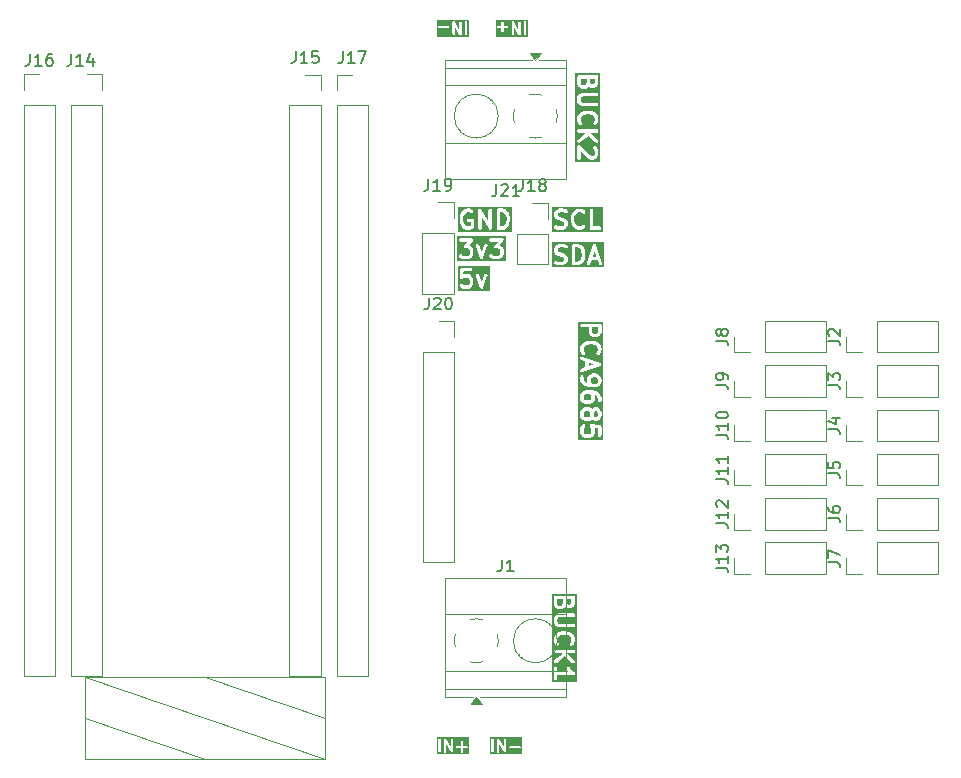
<source format=gbr>
%TF.GenerationSoftware,KiCad,Pcbnew,9.0.0*%
%TF.CreationDate,2025-03-26T16:24:43-04:00*%
%TF.ProjectId,spotmicro18_5mm,73706f74-6d69-4637-926f-31385f356d6d,rev?*%
%TF.SameCoordinates,Original*%
%TF.FileFunction,Legend,Top*%
%TF.FilePolarity,Positive*%
%FSLAX46Y46*%
G04 Gerber Fmt 4.6, Leading zero omitted, Abs format (unit mm)*
G04 Created by KiCad (PCBNEW 9.0.0) date 2025-03-26 16:24:43*
%MOMM*%
%LPD*%
G01*
G04 APERTURE LIST*
%ADD10C,0.100000*%
%ADD11C,0.300000*%
%ADD12C,0.200000*%
%ADD13C,0.150000*%
%ADD14C,0.120000*%
G04 APERTURE END LIST*
D10*
X89830000Y-113090000D02*
X110170000Y-120000000D01*
X100000000Y-113090000D02*
X110170000Y-116545000D01*
X89830000Y-116545000D02*
X100000000Y-120000000D01*
X89830000Y-113090000D02*
X110170000Y-113090000D01*
X110170000Y-120000000D01*
X89830000Y-120000000D01*
X89830000Y-113090000D01*
D11*
G36*
X131723482Y-76753361D02*
G01*
X131824089Y-76853968D01*
X131877268Y-76960327D01*
X131940224Y-77212148D01*
X131940224Y-77389507D01*
X131877268Y-77641328D01*
X131824089Y-77747688D01*
X131723483Y-77848294D01*
X131565881Y-77900828D01*
X131383081Y-77900828D01*
X131383081Y-76700828D01*
X131565884Y-76700828D01*
X131723482Y-76753361D01*
G37*
G36*
X133167826Y-77472257D02*
G01*
X132869767Y-77472257D01*
X133018796Y-77025169D01*
X133167826Y-77472257D01*
G37*
G36*
X133834286Y-78367495D02*
G01*
X129416415Y-78367495D01*
X129416415Y-76836542D01*
X129583082Y-76836542D01*
X129583082Y-76979400D01*
X129585964Y-77008664D01*
X129588026Y-77013642D01*
X129588408Y-77019018D01*
X129598918Y-77046482D01*
X129670346Y-77189339D01*
X129678274Y-77201934D01*
X129679790Y-77205593D01*
X129683169Y-77209710D01*
X129686011Y-77214225D01*
X129689005Y-77216821D01*
X129698445Y-77228324D01*
X129769874Y-77299752D01*
X129781374Y-77309190D01*
X129783971Y-77312184D01*
X129788483Y-77315024D01*
X129792604Y-77318406D01*
X129796263Y-77319921D01*
X129808857Y-77327849D01*
X129951713Y-77399278D01*
X129953855Y-77400097D01*
X129954725Y-77400742D01*
X129966996Y-77405126D01*
X129979177Y-77409787D01*
X129980257Y-77409863D01*
X129982416Y-77410635D01*
X130252154Y-77478069D01*
X130358513Y-77531248D01*
X130395517Y-77568253D01*
X130440225Y-77657667D01*
X130440225Y-77729703D01*
X130395517Y-77819117D01*
X130358514Y-77856121D01*
X130269101Y-77900828D01*
X129971711Y-77900828D01*
X129780516Y-77837097D01*
X129751842Y-77830577D01*
X129693462Y-77834727D01*
X129641115Y-77860901D01*
X129602767Y-77905115D01*
X129584259Y-77960640D01*
X129588409Y-78019020D01*
X129614583Y-78071367D01*
X129658797Y-78109715D01*
X129685648Y-78121703D01*
X129899934Y-78193131D01*
X129914446Y-78196430D01*
X129918104Y-78197946D01*
X129923406Y-78198468D01*
X129928608Y-78199651D01*
X129932562Y-78199369D01*
X129947368Y-78200828D01*
X130304510Y-78200828D01*
X130333774Y-78197946D01*
X130338752Y-78195883D01*
X130344128Y-78195502D01*
X130371591Y-78184992D01*
X130514450Y-78113564D01*
X130527044Y-78105635D01*
X130530704Y-78104120D01*
X130534824Y-78100738D01*
X130539335Y-78097899D01*
X130541929Y-78094907D01*
X130553435Y-78085465D01*
X130624863Y-78014036D01*
X130634301Y-78002535D01*
X130637295Y-77999939D01*
X130640135Y-77995426D01*
X130643517Y-77991306D01*
X130645032Y-77987646D01*
X130652960Y-77975053D01*
X130724389Y-77832197D01*
X130734898Y-77804733D01*
X130735279Y-77799358D01*
X130737343Y-77794378D01*
X130740225Y-77765114D01*
X130740225Y-77622257D01*
X130737343Y-77592993D01*
X130735279Y-77588012D01*
X130734898Y-77582638D01*
X130724389Y-77555174D01*
X130652960Y-77412318D01*
X130645032Y-77399724D01*
X130643517Y-77396065D01*
X130640135Y-77391944D01*
X130637295Y-77387432D01*
X130634301Y-77384835D01*
X130624863Y-77373335D01*
X130553435Y-77301906D01*
X130541932Y-77292466D01*
X130539336Y-77289472D01*
X130534821Y-77286630D01*
X130530704Y-77283251D01*
X130527045Y-77281735D01*
X130514450Y-77273807D01*
X130371592Y-77202378D01*
X130369451Y-77201558D01*
X130368581Y-77200914D01*
X130356325Y-77196535D01*
X130344129Y-77191868D01*
X130343045Y-77191791D01*
X130340890Y-77191021D01*
X130071152Y-77123586D01*
X129964792Y-77070406D01*
X129927787Y-77033401D01*
X129883082Y-76943990D01*
X129883082Y-76871951D01*
X129927787Y-76782540D01*
X129964792Y-76745535D01*
X130054206Y-76700828D01*
X130351599Y-76700828D01*
X130542790Y-76764559D01*
X130571464Y-76771079D01*
X130629844Y-76766930D01*
X130682191Y-76740756D01*
X130720539Y-76696542D01*
X130739047Y-76641018D01*
X130734898Y-76582638D01*
X130718993Y-76550828D01*
X131083081Y-76550828D01*
X131083081Y-78050828D01*
X131085963Y-78080092D01*
X131108361Y-78134164D01*
X131149745Y-78175548D01*
X131203817Y-78197946D01*
X131233081Y-78200828D01*
X131590224Y-78200828D01*
X131605029Y-78199369D01*
X131608984Y-78199651D01*
X131614185Y-78198468D01*
X131619488Y-78197946D01*
X131623145Y-78196430D01*
X131637658Y-78193131D01*
X131851944Y-78121703D01*
X131878795Y-78109715D01*
X131882866Y-78106183D01*
X131887846Y-78104121D01*
X131910576Y-78085466D01*
X131963975Y-78032067D01*
X132369974Y-78032067D01*
X132374123Y-78090448D01*
X132400297Y-78142795D01*
X132444511Y-78181142D01*
X132500035Y-78199650D01*
X132558416Y-78195501D01*
X132610763Y-78169327D01*
X132649110Y-78125113D01*
X132661098Y-78098262D01*
X132769767Y-77772257D01*
X133267826Y-77772257D01*
X133376494Y-78098262D01*
X133388482Y-78125113D01*
X133426829Y-78169328D01*
X133479177Y-78195501D01*
X133537557Y-78199651D01*
X133593081Y-78181142D01*
X133637295Y-78142795D01*
X133663469Y-78090448D01*
X133667619Y-78032068D01*
X133661099Y-78003394D01*
X133161098Y-76503394D01*
X133149110Y-76476543D01*
X133142087Y-76468446D01*
X133137295Y-76458861D01*
X133123086Y-76446537D01*
X133110763Y-76432329D01*
X133101177Y-76427536D01*
X133093081Y-76420514D01*
X133075237Y-76414565D01*
X133058416Y-76406155D01*
X133047727Y-76405395D01*
X133037557Y-76402005D01*
X133018791Y-76403338D01*
X133000035Y-76402006D01*
X132989867Y-76405395D01*
X132979177Y-76406155D01*
X132962353Y-76414566D01*
X132944511Y-76420514D01*
X132936416Y-76427534D01*
X132926829Y-76432328D01*
X132914503Y-76446539D01*
X132900297Y-76458861D01*
X132895504Y-76468445D01*
X132888482Y-76476543D01*
X132876494Y-76503394D01*
X132376494Y-78003394D01*
X132369974Y-78032067D01*
X131963975Y-78032067D01*
X132053433Y-77942608D01*
X132062871Y-77931106D01*
X132065866Y-77928510D01*
X132068706Y-77923996D01*
X132072088Y-77919877D01*
X132073603Y-77916217D01*
X132081531Y-77903624D01*
X132152960Y-77760768D01*
X132153779Y-77758625D01*
X132154424Y-77757756D01*
X132158808Y-77745484D01*
X132163469Y-77733304D01*
X132163545Y-77732223D01*
X132164317Y-77730065D01*
X132235745Y-77444351D01*
X132236494Y-77439279D01*
X132237342Y-77437235D01*
X132238427Y-77426212D01*
X132240047Y-77415262D01*
X132239721Y-77413074D01*
X132240224Y-77407971D01*
X132240224Y-77193685D01*
X132239721Y-77188581D01*
X132240047Y-77186394D01*
X132238427Y-77175443D01*
X132237342Y-77164421D01*
X132236494Y-77162376D01*
X132235745Y-77157305D01*
X132164317Y-76871591D01*
X132163545Y-76869432D01*
X132163469Y-76868352D01*
X132158808Y-76856171D01*
X132154424Y-76843900D01*
X132153779Y-76843030D01*
X132152960Y-76840888D01*
X132081531Y-76698032D01*
X132073604Y-76685440D01*
X132072088Y-76681778D01*
X132068704Y-76677655D01*
X132065866Y-76673146D01*
X132062873Y-76670550D01*
X132053433Y-76659048D01*
X131910576Y-76516191D01*
X131887845Y-76497536D01*
X131882865Y-76495473D01*
X131878795Y-76491943D01*
X131851944Y-76479954D01*
X131637658Y-76408526D01*
X131623150Y-76405227D01*
X131619488Y-76403710D01*
X131614179Y-76403187D01*
X131608985Y-76402006D01*
X131605035Y-76402286D01*
X131590224Y-76400828D01*
X131233081Y-76400828D01*
X131203817Y-76403710D01*
X131149745Y-76426108D01*
X131108361Y-76467492D01*
X131085963Y-76521564D01*
X131083081Y-76550828D01*
X130718993Y-76550828D01*
X130708724Y-76530290D01*
X130664510Y-76491943D01*
X130637659Y-76479954D01*
X130423373Y-76408526D01*
X130408865Y-76405227D01*
X130405203Y-76403710D01*
X130399894Y-76403187D01*
X130394700Y-76402006D01*
X130390750Y-76402286D01*
X130375939Y-76400828D01*
X130018796Y-76400828D01*
X129989532Y-76403710D01*
X129984551Y-76405773D01*
X129979177Y-76406155D01*
X129951713Y-76416664D01*
X129808857Y-76488093D01*
X129796263Y-76496020D01*
X129792604Y-76497536D01*
X129788483Y-76500917D01*
X129783971Y-76503758D01*
X129781374Y-76506751D01*
X129769874Y-76516190D01*
X129698445Y-76587618D01*
X129689005Y-76599120D01*
X129686011Y-76601717D01*
X129683169Y-76606231D01*
X129679790Y-76610349D01*
X129678274Y-76614007D01*
X129670346Y-76626603D01*
X129598918Y-76769460D01*
X129588408Y-76796924D01*
X129588026Y-76802299D01*
X129585964Y-76807278D01*
X129583082Y-76836542D01*
X129416415Y-76836542D01*
X129416415Y-76234161D01*
X133834286Y-76234161D01*
X133834286Y-78367495D01*
G37*
G36*
X132574601Y-90570643D02*
G01*
X132611606Y-90607648D01*
X132656314Y-90697062D01*
X132656314Y-90911956D01*
X132611607Y-91001370D01*
X132574603Y-91038373D01*
X132485190Y-91083081D01*
X132270295Y-91083081D01*
X132180882Y-91038374D01*
X132143878Y-91001370D01*
X132099171Y-90911956D01*
X132099171Y-90697062D01*
X132143878Y-90607647D01*
X132180882Y-90570643D01*
X132270295Y-90525938D01*
X132485190Y-90525938D01*
X132574601Y-90570643D01*
G37*
G36*
X133217458Y-90570643D02*
G01*
X133254463Y-90607648D01*
X133299171Y-90697062D01*
X133299171Y-90911956D01*
X133254464Y-91001370D01*
X133217460Y-91038373D01*
X133128047Y-91083081D01*
X133127438Y-91083081D01*
X133038024Y-91038373D01*
X133001020Y-91001370D01*
X132956314Y-90911957D01*
X132956314Y-90697061D01*
X133001019Y-90607649D01*
X133038024Y-90570644D01*
X133127438Y-90525938D01*
X133128047Y-90525938D01*
X133217458Y-90570643D01*
G37*
G36*
X132646030Y-89142072D02*
G01*
X132683035Y-89179077D01*
X132727742Y-89268490D01*
X132727742Y-89483385D01*
X132683036Y-89572797D01*
X132646032Y-89609802D01*
X132556618Y-89654510D01*
X132270295Y-89654510D01*
X132180882Y-89609803D01*
X132143878Y-89572799D01*
X132099171Y-89483385D01*
X132099171Y-89268491D01*
X132143878Y-89179076D01*
X132180882Y-89142072D01*
X132270295Y-89097367D01*
X132556618Y-89097367D01*
X132646030Y-89142072D01*
G37*
G36*
X133217458Y-87713501D02*
G01*
X133254463Y-87750506D01*
X133299171Y-87839920D01*
X133299171Y-88054814D01*
X133254464Y-88144228D01*
X133217460Y-88181231D01*
X133128047Y-88225939D01*
X132841724Y-88225939D01*
X132752310Y-88181231D01*
X132715306Y-88144228D01*
X132670600Y-88054815D01*
X132670600Y-87839919D01*
X132715305Y-87750507D01*
X132752310Y-87713502D01*
X132841724Y-87668796D01*
X133128047Y-87668796D01*
X133217458Y-87713501D01*
G37*
G36*
X132974828Y-86590225D02*
G01*
X132527742Y-86739254D01*
X132527742Y-86441195D01*
X132974828Y-86590225D01*
G37*
G36*
X133299171Y-83840528D02*
G01*
X133254463Y-83929942D01*
X133217458Y-83966947D01*
X133128047Y-84011653D01*
X132984581Y-84011653D01*
X132895167Y-83966946D01*
X132858162Y-83929941D01*
X132813457Y-83840529D01*
X132813457Y-83454510D01*
X133299171Y-83454510D01*
X133299171Y-83840528D01*
G37*
G36*
X133765838Y-92978319D02*
G01*
X131632504Y-92978319D01*
X131632504Y-92018795D01*
X131799171Y-92018795D01*
X131799171Y-92375937D01*
X131802053Y-92405201D01*
X131804114Y-92410178D01*
X131804497Y-92415556D01*
X131815007Y-92443019D01*
X131886436Y-92585877D01*
X131894363Y-92598470D01*
X131895879Y-92602130D01*
X131899260Y-92606249D01*
X131902101Y-92610763D01*
X131905094Y-92613359D01*
X131914534Y-92624861D01*
X131985962Y-92696289D01*
X131997464Y-92705729D01*
X132000060Y-92708722D01*
X132004569Y-92711560D01*
X132008692Y-92714944D01*
X132012354Y-92716460D01*
X132024946Y-92724387D01*
X132167802Y-92795816D01*
X132195266Y-92806325D01*
X132200640Y-92806706D01*
X132205621Y-92808770D01*
X132234885Y-92811652D01*
X132592028Y-92811652D01*
X132621292Y-92808770D01*
X132626272Y-92806706D01*
X132631647Y-92806325D01*
X132659110Y-92795816D01*
X132801967Y-92724387D01*
X132814562Y-92716458D01*
X132818219Y-92714944D01*
X132822336Y-92711564D01*
X132826853Y-92708722D01*
X132829450Y-92705727D01*
X132840950Y-92696290D01*
X132912379Y-92624862D01*
X132921818Y-92613359D01*
X132924814Y-92610762D01*
X132927655Y-92606247D01*
X132931034Y-92602131D01*
X132932549Y-92598472D01*
X132940478Y-92585876D01*
X133011907Y-92443018D01*
X133022416Y-92415555D01*
X133022797Y-92410179D01*
X133024860Y-92405201D01*
X133027742Y-92375937D01*
X133027742Y-92018795D01*
X133024860Y-91989531D01*
X133022797Y-91984552D01*
X133022761Y-91984044D01*
X133299171Y-92011685D01*
X133299171Y-92590223D01*
X133302053Y-92619487D01*
X133324451Y-92673559D01*
X133365835Y-92714943D01*
X133419907Y-92737341D01*
X133478435Y-92737341D01*
X133532507Y-92714943D01*
X133573891Y-92673559D01*
X133596289Y-92619487D01*
X133599171Y-92590223D01*
X133599171Y-91875937D01*
X133598104Y-91865110D01*
X133598470Y-91861457D01*
X133597393Y-91857889D01*
X133596289Y-91846673D01*
X133587895Y-91826410D01*
X133581564Y-91805425D01*
X133576782Y-91799580D01*
X133573891Y-91792601D01*
X133558385Y-91777095D01*
X133544503Y-91760128D01*
X133537847Y-91756557D01*
X133532507Y-91751217D01*
X133512249Y-91742825D01*
X133492928Y-91732461D01*
X133481880Y-91730246D01*
X133478435Y-91728819D01*
X133474761Y-91728819D01*
X133464096Y-91726681D01*
X132749810Y-91655253D01*
X132720405Y-91655209D01*
X132713174Y-91657391D01*
X132705621Y-91657391D01*
X132685361Y-91665782D01*
X132664373Y-91672116D01*
X132658528Y-91676897D01*
X132651549Y-91679789D01*
X132636045Y-91695293D01*
X132619076Y-91709177D01*
X132615504Y-91715833D01*
X132610164Y-91721175D01*
X132601774Y-91741429D01*
X132591409Y-91760752D01*
X132590657Y-91768269D01*
X132587767Y-91775247D01*
X132587767Y-91797170D01*
X132585585Y-91818989D01*
X132587767Y-91826220D01*
X132587767Y-91833773D01*
X132596158Y-91854032D01*
X132602492Y-91875021D01*
X132607273Y-91880865D01*
X132610165Y-91887845D01*
X132628820Y-91910576D01*
X132683036Y-91964792D01*
X132727742Y-92054204D01*
X132727742Y-92340527D01*
X132683036Y-92429939D01*
X132646032Y-92466944D01*
X132556618Y-92511652D01*
X132270295Y-92511652D01*
X132180882Y-92466945D01*
X132143878Y-92429941D01*
X132099171Y-92340527D01*
X132099171Y-92054205D01*
X132143878Y-91964791D01*
X132198094Y-91910575D01*
X132216749Y-91887845D01*
X132239145Y-91833772D01*
X132239145Y-91775246D01*
X132216749Y-91721174D01*
X132175363Y-91679788D01*
X132121291Y-91657392D01*
X132062765Y-91657392D01*
X132008692Y-91679788D01*
X131985962Y-91698443D01*
X131914534Y-91769871D01*
X131905094Y-91781372D01*
X131902101Y-91783969D01*
X131899260Y-91788482D01*
X131895879Y-91792602D01*
X131894363Y-91796261D01*
X131886436Y-91808855D01*
X131815007Y-91951713D01*
X131804497Y-91979176D01*
X131804114Y-91984553D01*
X131802053Y-91989531D01*
X131799171Y-92018795D01*
X131632504Y-92018795D01*
X131632504Y-90661652D01*
X131799171Y-90661652D01*
X131799171Y-90947366D01*
X131802053Y-90976630D01*
X131804114Y-90981607D01*
X131804497Y-90986985D01*
X131815007Y-91014448D01*
X131886436Y-91157306D01*
X131894363Y-91169899D01*
X131895879Y-91173559D01*
X131899260Y-91177678D01*
X131902101Y-91182192D01*
X131905094Y-91184788D01*
X131914534Y-91196290D01*
X131985962Y-91267718D01*
X131997464Y-91277158D01*
X132000060Y-91280151D01*
X132004569Y-91282989D01*
X132008692Y-91286373D01*
X132012354Y-91287889D01*
X132024946Y-91295816D01*
X132167802Y-91367245D01*
X132195266Y-91377754D01*
X132200640Y-91378135D01*
X132205621Y-91380199D01*
X132234885Y-91383081D01*
X132520600Y-91383081D01*
X132549864Y-91380199D01*
X132554844Y-91378135D01*
X132560219Y-91377754D01*
X132587682Y-91367245D01*
X132730539Y-91295816D01*
X132743132Y-91287888D01*
X132746792Y-91286373D01*
X132750911Y-91282991D01*
X132755425Y-91280151D01*
X132758021Y-91277157D01*
X132769523Y-91267718D01*
X132806313Y-91230927D01*
X132843106Y-91267719D01*
X132854606Y-91277157D01*
X132857203Y-91280151D01*
X132861715Y-91282991D01*
X132865836Y-91286373D01*
X132869495Y-91287888D01*
X132882089Y-91295816D01*
X133024945Y-91367245D01*
X133052409Y-91377754D01*
X133057783Y-91378135D01*
X133062764Y-91380199D01*
X133092028Y-91383081D01*
X133163457Y-91383081D01*
X133192721Y-91380199D01*
X133197701Y-91378135D01*
X133203076Y-91377754D01*
X133230539Y-91367245D01*
X133373396Y-91295816D01*
X133385989Y-91287888D01*
X133389649Y-91286373D01*
X133393768Y-91282991D01*
X133398282Y-91280151D01*
X133400878Y-91277157D01*
X133412380Y-91267718D01*
X133483808Y-91196290D01*
X133493248Y-91184787D01*
X133496241Y-91182192D01*
X133499079Y-91177682D01*
X133502463Y-91173560D01*
X133503979Y-91169897D01*
X133511906Y-91157306D01*
X133583335Y-91014448D01*
X133593845Y-90986985D01*
X133594227Y-90981607D01*
X133596289Y-90976630D01*
X133599171Y-90947366D01*
X133599171Y-90661652D01*
X133596289Y-90632388D01*
X133594225Y-90627407D01*
X133593844Y-90622033D01*
X133583335Y-90594569D01*
X133511906Y-90451713D01*
X133503978Y-90439119D01*
X133502463Y-90435460D01*
X133499081Y-90431339D01*
X133496241Y-90426827D01*
X133493247Y-90424230D01*
X133483809Y-90412730D01*
X133412381Y-90341301D01*
X133400878Y-90331861D01*
X133398282Y-90328867D01*
X133393767Y-90326025D01*
X133389650Y-90322646D01*
X133385991Y-90321130D01*
X133373396Y-90313202D01*
X133230539Y-90241774D01*
X133203075Y-90231264D01*
X133197699Y-90230882D01*
X133192721Y-90228820D01*
X133163457Y-90225938D01*
X133092028Y-90225938D01*
X133062764Y-90228820D01*
X133057785Y-90230882D01*
X133052410Y-90231264D01*
X133024947Y-90241774D01*
X132882089Y-90313202D01*
X132869497Y-90321128D01*
X132865836Y-90322645D01*
X132861713Y-90326028D01*
X132857204Y-90328867D01*
X132854609Y-90331858D01*
X132843105Y-90341300D01*
X132806313Y-90378091D01*
X132769524Y-90341301D01*
X132758021Y-90331861D01*
X132755425Y-90328867D01*
X132750910Y-90326025D01*
X132746793Y-90322646D01*
X132743134Y-90321130D01*
X132730539Y-90313202D01*
X132587682Y-90241774D01*
X132560218Y-90231264D01*
X132554842Y-90230882D01*
X132549864Y-90228820D01*
X132520600Y-90225938D01*
X132234885Y-90225938D01*
X132205621Y-90228820D01*
X132200642Y-90230882D01*
X132195267Y-90231264D01*
X132167804Y-90241774D01*
X132024946Y-90313202D01*
X132012351Y-90321130D01*
X132008692Y-90322646D01*
X132004571Y-90326027D01*
X132000061Y-90328867D01*
X131997466Y-90331858D01*
X131985961Y-90341301D01*
X131914533Y-90412730D01*
X131905095Y-90424229D01*
X131902101Y-90426827D01*
X131899258Y-90431343D01*
X131895879Y-90435461D01*
X131894364Y-90439117D01*
X131886436Y-90451713D01*
X131815007Y-90594570D01*
X131804498Y-90622033D01*
X131804116Y-90627407D01*
X131802053Y-90632388D01*
X131799171Y-90661652D01*
X131632504Y-90661652D01*
X131632504Y-89233081D01*
X131799171Y-89233081D01*
X131799171Y-89518795D01*
X131802053Y-89548059D01*
X131804114Y-89553036D01*
X131804497Y-89558414D01*
X131815007Y-89585877D01*
X131886436Y-89728735D01*
X131894363Y-89741328D01*
X131895879Y-89744988D01*
X131899260Y-89749107D01*
X131902101Y-89753621D01*
X131905094Y-89756217D01*
X131914534Y-89767719D01*
X131985962Y-89839147D01*
X131997464Y-89848587D01*
X132000060Y-89851580D01*
X132004569Y-89854418D01*
X132008692Y-89857802D01*
X132012354Y-89859318D01*
X132024946Y-89867245D01*
X132167802Y-89938674D01*
X132195266Y-89949183D01*
X132200640Y-89949564D01*
X132205621Y-89951628D01*
X132234885Y-89954510D01*
X132592028Y-89954510D01*
X132621292Y-89951628D01*
X132626272Y-89949564D01*
X132631647Y-89949183D01*
X132659110Y-89938674D01*
X132801967Y-89867245D01*
X132814562Y-89859316D01*
X132818219Y-89857802D01*
X132822336Y-89854422D01*
X132826853Y-89851580D01*
X132829450Y-89848585D01*
X132840950Y-89839148D01*
X132912379Y-89767720D01*
X132921818Y-89756217D01*
X132924814Y-89753620D01*
X132927655Y-89749105D01*
X132931034Y-89744989D01*
X132932549Y-89741330D01*
X132940478Y-89728734D01*
X133011907Y-89585876D01*
X133022416Y-89558413D01*
X133022797Y-89553037D01*
X133024860Y-89548059D01*
X133027742Y-89518795D01*
X133027742Y-89233081D01*
X133024860Y-89203817D01*
X133022797Y-89198838D01*
X133022416Y-89193463D01*
X133011906Y-89166000D01*
X133004695Y-89151577D01*
X133030441Y-89158014D01*
X133210748Y-89278219D01*
X133254464Y-89321935D01*
X133299171Y-89411348D01*
X133299171Y-89661653D01*
X133302053Y-89690917D01*
X133324451Y-89744989D01*
X133365835Y-89786373D01*
X133419907Y-89808771D01*
X133478435Y-89808771D01*
X133532507Y-89786373D01*
X133573891Y-89744989D01*
X133596289Y-89690917D01*
X133599171Y-89661653D01*
X133599171Y-89375938D01*
X133596289Y-89346674D01*
X133594225Y-89341693D01*
X133593844Y-89336319D01*
X133583335Y-89308855D01*
X133511906Y-89165999D01*
X133503979Y-89153407D01*
X133502463Y-89149745D01*
X133499079Y-89145622D01*
X133496241Y-89141113D01*
X133493248Y-89138517D01*
X133483808Y-89127015D01*
X133412380Y-89055587D01*
X133412300Y-89055522D01*
X133412270Y-89055476D01*
X133400884Y-89046153D01*
X133389649Y-89036932D01*
X133389598Y-89036911D01*
X133389519Y-89036846D01*
X133175233Y-88893988D01*
X133159077Y-88885373D01*
X133156099Y-88883167D01*
X133152582Y-88881910D01*
X133149286Y-88880153D01*
X133145648Y-88879433D01*
X133128408Y-88873274D01*
X132842694Y-88801846D01*
X132837622Y-88801096D01*
X132835578Y-88800249D01*
X132824555Y-88799163D01*
X132813605Y-88797544D01*
X132811417Y-88797869D01*
X132806314Y-88797367D01*
X132234885Y-88797367D01*
X132205621Y-88800249D01*
X132200642Y-88802311D01*
X132195267Y-88802693D01*
X132167804Y-88813203D01*
X132024946Y-88884631D01*
X132012351Y-88892559D01*
X132008692Y-88894075D01*
X132004571Y-88897456D01*
X132000061Y-88900296D01*
X131997466Y-88903287D01*
X131985961Y-88912730D01*
X131914533Y-88984159D01*
X131905095Y-88995658D01*
X131902101Y-88998256D01*
X131899258Y-89002772D01*
X131895879Y-89006890D01*
X131894364Y-89010546D01*
X131886436Y-89023142D01*
X131815007Y-89165999D01*
X131804498Y-89193462D01*
X131804116Y-89198836D01*
X131802053Y-89203817D01*
X131799171Y-89233081D01*
X131632504Y-89233081D01*
X131632504Y-87661653D01*
X131799171Y-87661653D01*
X131799171Y-87947367D01*
X131802053Y-87976631D01*
X131804116Y-87981611D01*
X131804498Y-87986986D01*
X131815007Y-88014449D01*
X131886436Y-88157306D01*
X131894364Y-88169901D01*
X131895879Y-88173558D01*
X131899258Y-88177675D01*
X131902101Y-88182192D01*
X131905095Y-88184789D01*
X131914533Y-88196289D01*
X131985961Y-88267718D01*
X131986043Y-88267785D01*
X131986073Y-88267830D01*
X131997612Y-88277280D01*
X132008692Y-88286373D01*
X132008739Y-88286392D01*
X132008823Y-88286461D01*
X132223109Y-88429318D01*
X132239264Y-88437931D01*
X132242242Y-88440138D01*
X132245758Y-88441394D01*
X132249057Y-88443153D01*
X132252695Y-88443872D01*
X132269933Y-88450031D01*
X132555647Y-88521460D01*
X132560719Y-88522210D01*
X132562764Y-88523057D01*
X132573783Y-88524142D01*
X132584736Y-88525762D01*
X132586924Y-88525436D01*
X132592028Y-88525939D01*
X133163457Y-88525939D01*
X133192721Y-88523057D01*
X133197701Y-88520993D01*
X133203076Y-88520612D01*
X133230539Y-88510103D01*
X133373396Y-88438674D01*
X133385989Y-88430746D01*
X133389649Y-88429231D01*
X133393768Y-88425849D01*
X133398282Y-88423009D01*
X133400878Y-88420015D01*
X133412380Y-88410576D01*
X133483808Y-88339148D01*
X133493248Y-88327645D01*
X133496241Y-88325050D01*
X133499079Y-88320540D01*
X133502463Y-88316418D01*
X133503979Y-88312755D01*
X133511906Y-88300164D01*
X133583335Y-88157306D01*
X133593845Y-88129843D01*
X133594227Y-88124465D01*
X133596289Y-88119488D01*
X133599171Y-88090224D01*
X133599171Y-87804510D01*
X133596289Y-87775246D01*
X133594225Y-87770265D01*
X133593844Y-87764891D01*
X133583335Y-87737427D01*
X133511906Y-87594571D01*
X133503978Y-87581977D01*
X133502463Y-87578318D01*
X133499081Y-87574197D01*
X133496241Y-87569685D01*
X133493247Y-87567088D01*
X133483809Y-87555588D01*
X133412381Y-87484159D01*
X133400878Y-87474719D01*
X133398282Y-87471725D01*
X133393767Y-87468883D01*
X133389650Y-87465504D01*
X133385991Y-87463988D01*
X133373396Y-87456060D01*
X133230539Y-87384632D01*
X133203075Y-87374122D01*
X133197699Y-87373740D01*
X133192721Y-87371678D01*
X133163457Y-87368796D01*
X132806314Y-87368796D01*
X132777050Y-87371678D01*
X132772071Y-87373740D01*
X132766696Y-87374122D01*
X132739233Y-87384632D01*
X132596375Y-87456060D01*
X132583783Y-87463986D01*
X132580122Y-87465503D01*
X132575999Y-87468886D01*
X132571490Y-87471725D01*
X132568895Y-87474716D01*
X132557391Y-87484158D01*
X132485962Y-87555587D01*
X132476522Y-87567088D01*
X132473529Y-87569685D01*
X132470688Y-87574198D01*
X132467307Y-87578318D01*
X132465791Y-87581977D01*
X132457864Y-87594571D01*
X132386436Y-87737428D01*
X132375926Y-87764892D01*
X132375544Y-87770267D01*
X132373482Y-87775246D01*
X132370600Y-87804510D01*
X132370600Y-88090224D01*
X132373482Y-88119488D01*
X132375544Y-88124466D01*
X132375926Y-88129842D01*
X132386436Y-88157305D01*
X132393646Y-88171727D01*
X132367900Y-88165290D01*
X132187590Y-88045083D01*
X132143878Y-88001371D01*
X132099171Y-87911956D01*
X132099171Y-87661653D01*
X132096289Y-87632389D01*
X132073891Y-87578317D01*
X132032507Y-87536933D01*
X131978435Y-87514535D01*
X131919907Y-87514535D01*
X131865835Y-87536933D01*
X131824451Y-87578317D01*
X131802053Y-87632389D01*
X131799171Y-87661653D01*
X131632504Y-87661653D01*
X131632504Y-86071464D01*
X131800349Y-86071464D01*
X131804498Y-86129845D01*
X131830672Y-86182192D01*
X131874886Y-86220539D01*
X131901737Y-86232527D01*
X132227742Y-86341195D01*
X132227742Y-86839254D01*
X131901737Y-86947923D01*
X131874886Y-86959911D01*
X131830672Y-86998258D01*
X131804498Y-87050605D01*
X131800349Y-87108986D01*
X131818857Y-87164510D01*
X131857204Y-87208724D01*
X131909551Y-87234898D01*
X131967932Y-87239047D01*
X131996605Y-87232527D01*
X133496605Y-86732527D01*
X133523456Y-86720539D01*
X133531553Y-86713516D01*
X133541138Y-86708724D01*
X133553459Y-86694517D01*
X133567671Y-86682192D01*
X133572464Y-86672604D01*
X133579485Y-86664510D01*
X133585433Y-86646665D01*
X133593844Y-86629844D01*
X133594603Y-86619156D01*
X133597994Y-86608986D01*
X133596660Y-86590225D01*
X133597994Y-86571464D01*
X133594603Y-86561293D01*
X133593844Y-86550606D01*
X133585433Y-86533784D01*
X133579485Y-86515940D01*
X133572464Y-86507845D01*
X133567671Y-86498258D01*
X133553459Y-86485932D01*
X133541138Y-86471726D01*
X133531553Y-86466933D01*
X133523456Y-86459911D01*
X133496605Y-86447923D01*
X131996605Y-85947923D01*
X131967932Y-85941403D01*
X131909551Y-85945552D01*
X131857204Y-85971726D01*
X131818857Y-86015940D01*
X131800349Y-86071464D01*
X131632504Y-86071464D01*
X131632504Y-85233082D01*
X131799171Y-85233082D01*
X131799171Y-85375939D01*
X131800629Y-85390750D01*
X131800349Y-85394700D01*
X131801530Y-85399894D01*
X131802053Y-85405203D01*
X131803570Y-85408865D01*
X131806869Y-85423373D01*
X131878297Y-85637659D01*
X131890286Y-85664510D01*
X131893816Y-85668580D01*
X131895879Y-85673560D01*
X131914534Y-85696291D01*
X131985962Y-85767719D01*
X132008692Y-85786374D01*
X132062765Y-85808770D01*
X132121291Y-85808770D01*
X132175363Y-85786374D01*
X132216749Y-85744988D01*
X132239145Y-85690916D01*
X132239145Y-85632390D01*
X132216749Y-85578317D01*
X132198094Y-85555587D01*
X132151704Y-85509197D01*
X132099171Y-85351598D01*
X132099171Y-85257422D01*
X132151704Y-85099823D01*
X132252311Y-84999216D01*
X132358670Y-84946037D01*
X132610492Y-84883082D01*
X132787850Y-84883082D01*
X133039671Y-84946036D01*
X133146031Y-84999217D01*
X133246637Y-85099823D01*
X133299171Y-85257424D01*
X133299171Y-85351596D01*
X133246637Y-85509197D01*
X133200248Y-85555587D01*
X133181593Y-85578318D01*
X133159196Y-85632390D01*
X133159196Y-85690916D01*
X133181593Y-85744988D01*
X133222979Y-85786374D01*
X133277051Y-85808771D01*
X133335577Y-85808771D01*
X133389649Y-85786374D01*
X133412380Y-85767719D01*
X133483808Y-85696291D01*
X133502463Y-85673561D01*
X133504526Y-85668580D01*
X133508056Y-85664510D01*
X133520044Y-85637659D01*
X133591473Y-85423374D01*
X133594772Y-85408864D01*
X133596289Y-85405203D01*
X133596811Y-85399894D01*
X133597993Y-85394700D01*
X133597712Y-85390750D01*
X133599171Y-85375939D01*
X133599171Y-85233082D01*
X133597712Y-85218270D01*
X133597993Y-85214321D01*
X133596811Y-85209126D01*
X133596289Y-85203818D01*
X133594772Y-85200156D01*
X133591473Y-85185647D01*
X133520044Y-84971362D01*
X133508056Y-84944511D01*
X133504526Y-84940441D01*
X133502463Y-84935460D01*
X133483808Y-84912730D01*
X133340951Y-84769873D01*
X133329449Y-84760433D01*
X133326853Y-84757440D01*
X133322339Y-84754599D01*
X133318220Y-84751218D01*
X133314560Y-84749702D01*
X133301967Y-84741775D01*
X133159110Y-84670346D01*
X133156969Y-84669526D01*
X133156099Y-84668882D01*
X133143821Y-84664495D01*
X133131647Y-84659837D01*
X133130566Y-84659760D01*
X133128408Y-84658989D01*
X132842694Y-84587561D01*
X132837622Y-84586811D01*
X132835578Y-84585964D01*
X132824555Y-84584878D01*
X132813605Y-84583259D01*
X132811417Y-84583584D01*
X132806314Y-84583082D01*
X132592028Y-84583082D01*
X132586924Y-84583584D01*
X132584737Y-84583259D01*
X132573786Y-84584878D01*
X132562764Y-84585964D01*
X132560719Y-84586811D01*
X132555648Y-84587561D01*
X132269934Y-84658989D01*
X132267775Y-84659760D01*
X132266695Y-84659837D01*
X132254514Y-84664497D01*
X132242243Y-84668882D01*
X132241373Y-84669526D01*
X132239231Y-84670346D01*
X132096375Y-84741775D01*
X132083783Y-84749701D01*
X132080121Y-84751218D01*
X132075998Y-84754601D01*
X132071489Y-84757440D01*
X132068893Y-84760432D01*
X132057391Y-84769873D01*
X131914534Y-84912730D01*
X131895879Y-84935461D01*
X131893816Y-84940440D01*
X131890286Y-84944511D01*
X131878297Y-84971362D01*
X131806869Y-85185648D01*
X131803570Y-85200155D01*
X131802053Y-85203818D01*
X131801530Y-85209126D01*
X131800349Y-85214321D01*
X131800629Y-85218270D01*
X131799171Y-85233082D01*
X131632504Y-85233082D01*
X131632504Y-83275246D01*
X131802053Y-83275246D01*
X131802053Y-83333774D01*
X131824451Y-83387846D01*
X131865835Y-83429230D01*
X131919907Y-83451628D01*
X131949171Y-83454510D01*
X132513457Y-83454510D01*
X132513457Y-83875939D01*
X132516339Y-83905203D01*
X132518401Y-83910181D01*
X132518783Y-83915557D01*
X132529293Y-83943021D01*
X132600721Y-84085878D01*
X132608648Y-84098471D01*
X132610164Y-84102131D01*
X132613545Y-84106250D01*
X132616386Y-84110764D01*
X132619379Y-84113360D01*
X132628819Y-84124862D01*
X132700248Y-84196291D01*
X132711752Y-84205732D01*
X132714347Y-84208724D01*
X132718856Y-84211562D01*
X132722979Y-84214946D01*
X132726640Y-84216462D01*
X132739232Y-84224389D01*
X132882090Y-84295817D01*
X132909553Y-84306327D01*
X132914928Y-84306708D01*
X132919907Y-84308771D01*
X132949171Y-84311653D01*
X133163457Y-84311653D01*
X133192721Y-84308771D01*
X133197699Y-84306708D01*
X133203075Y-84306327D01*
X133230539Y-84295817D01*
X133373396Y-84224389D01*
X133385991Y-84216460D01*
X133389650Y-84214945D01*
X133393767Y-84211565D01*
X133398282Y-84208724D01*
X133400878Y-84205729D01*
X133412381Y-84196290D01*
X133483809Y-84124861D01*
X133493247Y-84113360D01*
X133496241Y-84110764D01*
X133499081Y-84106251D01*
X133502463Y-84102131D01*
X133503978Y-84098471D01*
X133511906Y-84085878D01*
X133583335Y-83943022D01*
X133593844Y-83915558D01*
X133594225Y-83910183D01*
X133596289Y-83905203D01*
X133599171Y-83875939D01*
X133599171Y-83304510D01*
X133596289Y-83275246D01*
X133573891Y-83221174D01*
X133532507Y-83179790D01*
X133478435Y-83157392D01*
X133449171Y-83154510D01*
X131949171Y-83154510D01*
X131919907Y-83157392D01*
X131865835Y-83179790D01*
X131824451Y-83221174D01*
X131802053Y-83275246D01*
X131632504Y-83275246D01*
X131632504Y-82987843D01*
X133765838Y-82987843D01*
X133765838Y-92978319D01*
G37*
D12*
G36*
X122364577Y-119578086D02*
G01*
X119658562Y-119578086D01*
X119658562Y-118367219D01*
X119769673Y-118367219D01*
X119769673Y-119367219D01*
X119771594Y-119386728D01*
X119786526Y-119422776D01*
X119814116Y-119450366D01*
X119850164Y-119465298D01*
X119889182Y-119465298D01*
X119925230Y-119450366D01*
X119952820Y-119422776D01*
X119967752Y-119386728D01*
X119969673Y-119367219D01*
X119969673Y-118367219D01*
X120245863Y-118367219D01*
X120245863Y-119367219D01*
X120247784Y-119386728D01*
X120262716Y-119422776D01*
X120290306Y-119450366D01*
X120326354Y-119465298D01*
X120365372Y-119465298D01*
X120401420Y-119450366D01*
X120429010Y-119422776D01*
X120443942Y-119386728D01*
X120445863Y-119367219D01*
X120445863Y-118743775D01*
X120830467Y-119416833D01*
X120833385Y-119420943D01*
X120834144Y-119422776D01*
X120836010Y-119424642D01*
X120841814Y-119432818D01*
X120852330Y-119440962D01*
X120861734Y-119450366D01*
X120867621Y-119452804D01*
X120872663Y-119456709D01*
X120885495Y-119460208D01*
X120897782Y-119465298D01*
X120904158Y-119465298D01*
X120910307Y-119466975D01*
X120923500Y-119465298D01*
X120936800Y-119465298D01*
X120942688Y-119462858D01*
X120949013Y-119462055D01*
X120960562Y-119455454D01*
X120972848Y-119450366D01*
X120977355Y-119445858D01*
X120982890Y-119442696D01*
X120991034Y-119432179D01*
X121000438Y-119422776D01*
X121002876Y-119416888D01*
X121006781Y-119411847D01*
X121010280Y-119399014D01*
X121015370Y-119386728D01*
X121016352Y-119376750D01*
X121017047Y-119374204D01*
X121016796Y-119372236D01*
X121017291Y-119367219D01*
X121017291Y-118966757D01*
X121295403Y-118966757D01*
X121295403Y-119005775D01*
X121310335Y-119041823D01*
X121337925Y-119069413D01*
X121373973Y-119084345D01*
X121393482Y-119086266D01*
X121674434Y-119086266D01*
X121674434Y-119367219D01*
X121676355Y-119386728D01*
X121691287Y-119422776D01*
X121718877Y-119450366D01*
X121754925Y-119465298D01*
X121793943Y-119465298D01*
X121829991Y-119450366D01*
X121857581Y-119422776D01*
X121872513Y-119386728D01*
X121874434Y-119367219D01*
X121874434Y-119086266D01*
X122155387Y-119086266D01*
X122174896Y-119084345D01*
X122210944Y-119069413D01*
X122238534Y-119041823D01*
X122253466Y-119005775D01*
X122253466Y-118966757D01*
X122238534Y-118930709D01*
X122210944Y-118903119D01*
X122174896Y-118888187D01*
X122155387Y-118886266D01*
X121874434Y-118886266D01*
X121874434Y-118605314D01*
X121872513Y-118585805D01*
X121857581Y-118549757D01*
X121829991Y-118522167D01*
X121793943Y-118507235D01*
X121754925Y-118507235D01*
X121718877Y-118522167D01*
X121691287Y-118549757D01*
X121676355Y-118585805D01*
X121674434Y-118605314D01*
X121674434Y-118886266D01*
X121393482Y-118886266D01*
X121373973Y-118888187D01*
X121337925Y-118903119D01*
X121310335Y-118930709D01*
X121295403Y-118966757D01*
X121017291Y-118966757D01*
X121017291Y-118367219D01*
X121015370Y-118347710D01*
X121000438Y-118311662D01*
X120972848Y-118284072D01*
X120936800Y-118269140D01*
X120897782Y-118269140D01*
X120861734Y-118284072D01*
X120834144Y-118311662D01*
X120819212Y-118347710D01*
X120817291Y-118367219D01*
X120817291Y-118990662D01*
X120432687Y-118317605D01*
X120429768Y-118313494D01*
X120429010Y-118311662D01*
X120427143Y-118309795D01*
X120421340Y-118301620D01*
X120410825Y-118293477D01*
X120401420Y-118284072D01*
X120395529Y-118281632D01*
X120390491Y-118277730D01*
X120377662Y-118274231D01*
X120365372Y-118269140D01*
X120358997Y-118269140D01*
X120352848Y-118267463D01*
X120339655Y-118269140D01*
X120326354Y-118269140D01*
X120320465Y-118271579D01*
X120314141Y-118272383D01*
X120302591Y-118278983D01*
X120290306Y-118284072D01*
X120285798Y-118288579D01*
X120280264Y-118291742D01*
X120272121Y-118302256D01*
X120262716Y-118311662D01*
X120260276Y-118317552D01*
X120256374Y-118322591D01*
X120252875Y-118335419D01*
X120247784Y-118347710D01*
X120246801Y-118357687D01*
X120246107Y-118360234D01*
X120246357Y-118362201D01*
X120245863Y-118367219D01*
X119969673Y-118367219D01*
X119967752Y-118347710D01*
X119952820Y-118311662D01*
X119925230Y-118284072D01*
X119889182Y-118269140D01*
X119850164Y-118269140D01*
X119814116Y-118284072D01*
X119786526Y-118311662D01*
X119771594Y-118347710D01*
X119769673Y-118367219D01*
X119658562Y-118367219D01*
X119658562Y-118156352D01*
X122364577Y-118156352D01*
X122364577Y-119578086D01*
G37*
D11*
G36*
X125366340Y-73753361D02*
G01*
X125466947Y-73853968D01*
X125520126Y-73960327D01*
X125583082Y-74212148D01*
X125583082Y-74389507D01*
X125520126Y-74641328D01*
X125466947Y-74747688D01*
X125366341Y-74848294D01*
X125208739Y-74900828D01*
X125025939Y-74900828D01*
X125025939Y-73700828D01*
X125208742Y-73700828D01*
X125366340Y-73753361D01*
G37*
G36*
X126049749Y-75367495D02*
G01*
X121416415Y-75367495D01*
X121416415Y-74193685D01*
X121583082Y-74193685D01*
X121583082Y-74407971D01*
X121583584Y-74413074D01*
X121583259Y-74415262D01*
X121584878Y-74426212D01*
X121585964Y-74437235D01*
X121586811Y-74439279D01*
X121587561Y-74444351D01*
X121658989Y-74730065D01*
X121659760Y-74732223D01*
X121659837Y-74733304D01*
X121664495Y-74745478D01*
X121668882Y-74757756D01*
X121669526Y-74758626D01*
X121670346Y-74760767D01*
X121741775Y-74903624D01*
X121749702Y-74916217D01*
X121751218Y-74919877D01*
X121754599Y-74923996D01*
X121757440Y-74928510D01*
X121760433Y-74931106D01*
X121769873Y-74942608D01*
X121912730Y-75085466D01*
X121935460Y-75104121D01*
X121940439Y-75106183D01*
X121944511Y-75109715D01*
X121971362Y-75121703D01*
X122185648Y-75193131D01*
X122200160Y-75196430D01*
X122203818Y-75197946D01*
X122209120Y-75198468D01*
X122214322Y-75199651D01*
X122218276Y-75199369D01*
X122233082Y-75200828D01*
X122375939Y-75200828D01*
X122390744Y-75199369D01*
X122394699Y-75199651D01*
X122399900Y-75198468D01*
X122405203Y-75197946D01*
X122408860Y-75196430D01*
X122423373Y-75193131D01*
X122637659Y-75121703D01*
X122664510Y-75109715D01*
X122668583Y-75106181D01*
X122673561Y-75104120D01*
X122696292Y-75085465D01*
X122767720Y-75014036D01*
X122786374Y-74991306D01*
X122806545Y-74942608D01*
X122808771Y-74937235D01*
X122811653Y-74907971D01*
X122811653Y-74407971D01*
X122808771Y-74378707D01*
X122786373Y-74324635D01*
X122744989Y-74283251D01*
X122690917Y-74260853D01*
X122661653Y-74257971D01*
X122375939Y-74257971D01*
X122346675Y-74260853D01*
X122292603Y-74283251D01*
X122251219Y-74324635D01*
X122228821Y-74378707D01*
X122228821Y-74437235D01*
X122251219Y-74491307D01*
X122292603Y-74532691D01*
X122346675Y-74555089D01*
X122375939Y-74557971D01*
X122511653Y-74557971D01*
X122511653Y-74845839D01*
X122509198Y-74848294D01*
X122351596Y-74900828D01*
X122257425Y-74900828D01*
X122099822Y-74848294D01*
X121999217Y-74747688D01*
X121946036Y-74641328D01*
X121883082Y-74389507D01*
X121883082Y-74212148D01*
X121946036Y-73960327D01*
X121999217Y-73853967D01*
X122099823Y-73753361D01*
X122257425Y-73700828D01*
X122411958Y-73700828D01*
X122523142Y-73756421D01*
X122550606Y-73766930D01*
X122608986Y-73771079D01*
X122664508Y-73752572D01*
X122708724Y-73714225D01*
X122734898Y-73661876D01*
X122739047Y-73603496D01*
X122721491Y-73550828D01*
X123154510Y-73550828D01*
X123154510Y-75050828D01*
X123157392Y-75080092D01*
X123179790Y-75134164D01*
X123221174Y-75175548D01*
X123275246Y-75197946D01*
X123333774Y-75197946D01*
X123387846Y-75175548D01*
X123429230Y-75134164D01*
X123451628Y-75080092D01*
X123454510Y-75050828D01*
X123454510Y-74115661D01*
X124031417Y-75125249D01*
X124035794Y-75131416D01*
X124036933Y-75134164D01*
X124039732Y-75136963D01*
X124048438Y-75149227D01*
X124064211Y-75161442D01*
X124078317Y-75175548D01*
X124087150Y-75179206D01*
X124094712Y-75185063D01*
X124113960Y-75190312D01*
X124132389Y-75197946D01*
X124141951Y-75197946D01*
X124151176Y-75200462D01*
X124170967Y-75197946D01*
X124190917Y-75197946D01*
X124199750Y-75194286D01*
X124209236Y-75193081D01*
X124226558Y-75183182D01*
X124244989Y-75175548D01*
X124251749Y-75168787D01*
X124260052Y-75164043D01*
X124272265Y-75148271D01*
X124286373Y-75134164D01*
X124290032Y-75125328D01*
X124295887Y-75117769D01*
X124301135Y-75098524D01*
X124308771Y-75080092D01*
X124310244Y-75065127D01*
X124311287Y-75061306D01*
X124310911Y-75058354D01*
X124311653Y-75050828D01*
X124311653Y-73550828D01*
X124725939Y-73550828D01*
X124725939Y-75050828D01*
X124728821Y-75080092D01*
X124751219Y-75134164D01*
X124792603Y-75175548D01*
X124846675Y-75197946D01*
X124875939Y-75200828D01*
X125233082Y-75200828D01*
X125247887Y-75199369D01*
X125251842Y-75199651D01*
X125257043Y-75198468D01*
X125262346Y-75197946D01*
X125266003Y-75196430D01*
X125280516Y-75193131D01*
X125494802Y-75121703D01*
X125521653Y-75109715D01*
X125525724Y-75106183D01*
X125530704Y-75104121D01*
X125553434Y-75085466D01*
X125696291Y-74942608D01*
X125705729Y-74931106D01*
X125708724Y-74928510D01*
X125711564Y-74923996D01*
X125714946Y-74919877D01*
X125716461Y-74916217D01*
X125724389Y-74903624D01*
X125795818Y-74760768D01*
X125796637Y-74758625D01*
X125797282Y-74757756D01*
X125801666Y-74745484D01*
X125806327Y-74733304D01*
X125806403Y-74732223D01*
X125807175Y-74730065D01*
X125878603Y-74444351D01*
X125879352Y-74439279D01*
X125880200Y-74437235D01*
X125881285Y-74426212D01*
X125882905Y-74415262D01*
X125882579Y-74413074D01*
X125883082Y-74407971D01*
X125883082Y-74193685D01*
X125882579Y-74188581D01*
X125882905Y-74186394D01*
X125881285Y-74175443D01*
X125880200Y-74164421D01*
X125879352Y-74162376D01*
X125878603Y-74157305D01*
X125807175Y-73871591D01*
X125806403Y-73869432D01*
X125806327Y-73868352D01*
X125801666Y-73856171D01*
X125797282Y-73843900D01*
X125796637Y-73843030D01*
X125795818Y-73840888D01*
X125724389Y-73698032D01*
X125716462Y-73685440D01*
X125714946Y-73681778D01*
X125711562Y-73677655D01*
X125708724Y-73673146D01*
X125705731Y-73670550D01*
X125696291Y-73659048D01*
X125553434Y-73516191D01*
X125530703Y-73497536D01*
X125525723Y-73495473D01*
X125521653Y-73491943D01*
X125494802Y-73479954D01*
X125280516Y-73408526D01*
X125266008Y-73405227D01*
X125262346Y-73403710D01*
X125257037Y-73403187D01*
X125251843Y-73402006D01*
X125247893Y-73402286D01*
X125233082Y-73400828D01*
X124875939Y-73400828D01*
X124846675Y-73403710D01*
X124792603Y-73426108D01*
X124751219Y-73467492D01*
X124728821Y-73521564D01*
X124725939Y-73550828D01*
X124311653Y-73550828D01*
X124308771Y-73521564D01*
X124286373Y-73467492D01*
X124244989Y-73426108D01*
X124190917Y-73403710D01*
X124132389Y-73403710D01*
X124078317Y-73426108D01*
X124036933Y-73467492D01*
X124014535Y-73521564D01*
X124011653Y-73550828D01*
X124011653Y-74485992D01*
X123434746Y-73476407D01*
X123430368Y-73470239D01*
X123429230Y-73467492D01*
X123426430Y-73464692D01*
X123417725Y-73452429D01*
X123401953Y-73440215D01*
X123387846Y-73426108D01*
X123379010Y-73422448D01*
X123371451Y-73416594D01*
X123352206Y-73411345D01*
X123333774Y-73403710D01*
X123324212Y-73403710D01*
X123314987Y-73401194D01*
X123295196Y-73403710D01*
X123275246Y-73403710D01*
X123266412Y-73407369D01*
X123256927Y-73408575D01*
X123239604Y-73418473D01*
X123221174Y-73426108D01*
X123214413Y-73432868D01*
X123206111Y-73437613D01*
X123193897Y-73453384D01*
X123179790Y-73467492D01*
X123176130Y-73476327D01*
X123170276Y-73483887D01*
X123165027Y-73503131D01*
X123157392Y-73521564D01*
X123155918Y-73536530D01*
X123154876Y-73540351D01*
X123155251Y-73543302D01*
X123154510Y-73550828D01*
X122721491Y-73550828D01*
X122720539Y-73547973D01*
X122682193Y-73503758D01*
X122657307Y-73488093D01*
X122514450Y-73416664D01*
X122486987Y-73406155D01*
X122481612Y-73405773D01*
X122476632Y-73403710D01*
X122447368Y-73400828D01*
X122233082Y-73400828D01*
X122218270Y-73402286D01*
X122214321Y-73402006D01*
X122209126Y-73403187D01*
X122203818Y-73403710D01*
X122200156Y-73405226D01*
X122185647Y-73408526D01*
X121971362Y-73479955D01*
X121944511Y-73491943D01*
X121940441Y-73495472D01*
X121935460Y-73497536D01*
X121912730Y-73516191D01*
X121769873Y-73659048D01*
X121760433Y-73670549D01*
X121757440Y-73673146D01*
X121754599Y-73677659D01*
X121751218Y-73681779D01*
X121749702Y-73685438D01*
X121741775Y-73698032D01*
X121670346Y-73840889D01*
X121669526Y-73843029D01*
X121668882Y-73843900D01*
X121664495Y-73856177D01*
X121659837Y-73868352D01*
X121659760Y-73869432D01*
X121658989Y-73871591D01*
X121587561Y-74157305D01*
X121586811Y-74162376D01*
X121585964Y-74164421D01*
X121584878Y-74175443D01*
X121583259Y-74186394D01*
X121583584Y-74188581D01*
X121583082Y-74193685D01*
X121416415Y-74193685D01*
X121416415Y-73234161D01*
X126049749Y-73234161D01*
X126049749Y-75367495D01*
G37*
G36*
X133761152Y-75367495D02*
G01*
X129416415Y-75367495D01*
X129416415Y-73836542D01*
X129583082Y-73836542D01*
X129583082Y-73979400D01*
X129585964Y-74008664D01*
X129588026Y-74013642D01*
X129588408Y-74019018D01*
X129598918Y-74046482D01*
X129670346Y-74189339D01*
X129678274Y-74201934D01*
X129679790Y-74205593D01*
X129683169Y-74209710D01*
X129686011Y-74214225D01*
X129689005Y-74216821D01*
X129698445Y-74228324D01*
X129769874Y-74299752D01*
X129781374Y-74309190D01*
X129783971Y-74312184D01*
X129788483Y-74315024D01*
X129792604Y-74318406D01*
X129796263Y-74319921D01*
X129808857Y-74327849D01*
X129951713Y-74399278D01*
X129953855Y-74400097D01*
X129954725Y-74400742D01*
X129966996Y-74405126D01*
X129979177Y-74409787D01*
X129980257Y-74409863D01*
X129982416Y-74410635D01*
X130252154Y-74478069D01*
X130358513Y-74531248D01*
X130395517Y-74568253D01*
X130440225Y-74657667D01*
X130440225Y-74729703D01*
X130395517Y-74819117D01*
X130358514Y-74856121D01*
X130269101Y-74900828D01*
X129971711Y-74900828D01*
X129780516Y-74837097D01*
X129751842Y-74830577D01*
X129693462Y-74834727D01*
X129641115Y-74860901D01*
X129602767Y-74905115D01*
X129584259Y-74960640D01*
X129588409Y-75019020D01*
X129614583Y-75071367D01*
X129658797Y-75109715D01*
X129685648Y-75121703D01*
X129899934Y-75193131D01*
X129914446Y-75196430D01*
X129918104Y-75197946D01*
X129923406Y-75198468D01*
X129928608Y-75199651D01*
X129932562Y-75199369D01*
X129947368Y-75200828D01*
X130304510Y-75200828D01*
X130333774Y-75197946D01*
X130338752Y-75195883D01*
X130344128Y-75195502D01*
X130371591Y-75184992D01*
X130514450Y-75113564D01*
X130527044Y-75105635D01*
X130530704Y-75104120D01*
X130534824Y-75100738D01*
X130539335Y-75097899D01*
X130541929Y-75094907D01*
X130553435Y-75085465D01*
X130624863Y-75014036D01*
X130634301Y-75002535D01*
X130637295Y-74999939D01*
X130640135Y-74995426D01*
X130643517Y-74991306D01*
X130645032Y-74987646D01*
X130652960Y-74975053D01*
X130724389Y-74832197D01*
X130734898Y-74804733D01*
X130735279Y-74799358D01*
X130737343Y-74794378D01*
X130740225Y-74765114D01*
X130740225Y-74622257D01*
X130737343Y-74592993D01*
X130735279Y-74588012D01*
X130734898Y-74582638D01*
X130724389Y-74555174D01*
X130652960Y-74412318D01*
X130645032Y-74399724D01*
X130643517Y-74396065D01*
X130640135Y-74391944D01*
X130637295Y-74387432D01*
X130634301Y-74384835D01*
X130624863Y-74373335D01*
X130553435Y-74301906D01*
X130541932Y-74292466D01*
X130539336Y-74289472D01*
X130534821Y-74286630D01*
X130530704Y-74283251D01*
X130527045Y-74281735D01*
X130514450Y-74273807D01*
X130371592Y-74202378D01*
X130369451Y-74201558D01*
X130368581Y-74200914D01*
X130356325Y-74196535D01*
X130348877Y-74193685D01*
X131011653Y-74193685D01*
X131011653Y-74407971D01*
X131012155Y-74413074D01*
X131011830Y-74415262D01*
X131013449Y-74426212D01*
X131014535Y-74437235D01*
X131015382Y-74439279D01*
X131016132Y-74444351D01*
X131087560Y-74730065D01*
X131088331Y-74732223D01*
X131088408Y-74733304D01*
X131093066Y-74745478D01*
X131097453Y-74757756D01*
X131098097Y-74758626D01*
X131098917Y-74760767D01*
X131170346Y-74903624D01*
X131178273Y-74916217D01*
X131179789Y-74919877D01*
X131183170Y-74923996D01*
X131186011Y-74928510D01*
X131189004Y-74931106D01*
X131198444Y-74942608D01*
X131341301Y-75085466D01*
X131364031Y-75104121D01*
X131369010Y-75106183D01*
X131373082Y-75109715D01*
X131399933Y-75121703D01*
X131614219Y-75193131D01*
X131628731Y-75196430D01*
X131632389Y-75197946D01*
X131637691Y-75198468D01*
X131642893Y-75199651D01*
X131646847Y-75199369D01*
X131661653Y-75200828D01*
X131804510Y-75200828D01*
X131819315Y-75199369D01*
X131823270Y-75199651D01*
X131828471Y-75198468D01*
X131833774Y-75197946D01*
X131837431Y-75196430D01*
X131851944Y-75193131D01*
X132066230Y-75121703D01*
X132093081Y-75109715D01*
X132097154Y-75106181D01*
X132102132Y-75104120D01*
X132124863Y-75085465D01*
X132196291Y-75014036D01*
X132214945Y-74991306D01*
X132237342Y-74937233D01*
X132237341Y-74878707D01*
X132214944Y-74824635D01*
X132173558Y-74783250D01*
X132119486Y-74760853D01*
X132060960Y-74760854D01*
X132006888Y-74783251D01*
X131984157Y-74801906D01*
X131937769Y-74848294D01*
X131780167Y-74900828D01*
X131685996Y-74900828D01*
X131528393Y-74848294D01*
X131427788Y-74747688D01*
X131374607Y-74641328D01*
X131311653Y-74389507D01*
X131311653Y-74212148D01*
X131374607Y-73960327D01*
X131427788Y-73853967D01*
X131528394Y-73753361D01*
X131685996Y-73700828D01*
X131780170Y-73700828D01*
X131937768Y-73753361D01*
X131984158Y-73799751D01*
X132006888Y-73818406D01*
X132060961Y-73840802D01*
X132119487Y-73840802D01*
X132173559Y-73818406D01*
X132214945Y-73777020D01*
X132237341Y-73722948D01*
X132237341Y-73664422D01*
X132214945Y-73610349D01*
X132196290Y-73587619D01*
X132159499Y-73550828D01*
X132583081Y-73550828D01*
X132583081Y-75050828D01*
X132585963Y-75080092D01*
X132608361Y-75134164D01*
X132649745Y-75175548D01*
X132703817Y-75197946D01*
X132733081Y-75200828D01*
X133447367Y-75200828D01*
X133476631Y-75197946D01*
X133530703Y-75175548D01*
X133572087Y-75134164D01*
X133594485Y-75080092D01*
X133594485Y-75021564D01*
X133572087Y-74967492D01*
X133530703Y-74926108D01*
X133476631Y-74903710D01*
X133447367Y-74900828D01*
X132883081Y-74900828D01*
X132883081Y-73550828D01*
X132880199Y-73521564D01*
X132857801Y-73467492D01*
X132816417Y-73426108D01*
X132762345Y-73403710D01*
X132703817Y-73403710D01*
X132649745Y-73426108D01*
X132608361Y-73467492D01*
X132585963Y-73521564D01*
X132583081Y-73550828D01*
X132159499Y-73550828D01*
X132124862Y-73516191D01*
X132102131Y-73497536D01*
X132097151Y-73495473D01*
X132093081Y-73491943D01*
X132066230Y-73479954D01*
X131851944Y-73408526D01*
X131837436Y-73405227D01*
X131833774Y-73403710D01*
X131828465Y-73403187D01*
X131823271Y-73402006D01*
X131819321Y-73402286D01*
X131804510Y-73400828D01*
X131661653Y-73400828D01*
X131646841Y-73402286D01*
X131642892Y-73402006D01*
X131637697Y-73403187D01*
X131632389Y-73403710D01*
X131628727Y-73405226D01*
X131614218Y-73408526D01*
X131399933Y-73479955D01*
X131373082Y-73491943D01*
X131369012Y-73495472D01*
X131364031Y-73497536D01*
X131341301Y-73516191D01*
X131198444Y-73659048D01*
X131189004Y-73670549D01*
X131186011Y-73673146D01*
X131183170Y-73677659D01*
X131179789Y-73681779D01*
X131178273Y-73685438D01*
X131170346Y-73698032D01*
X131098917Y-73840889D01*
X131098097Y-73843029D01*
X131097453Y-73843900D01*
X131093066Y-73856177D01*
X131088408Y-73868352D01*
X131088331Y-73869432D01*
X131087560Y-73871591D01*
X131016132Y-74157305D01*
X131015382Y-74162376D01*
X131014535Y-74164421D01*
X131013449Y-74175443D01*
X131011830Y-74186394D01*
X131012155Y-74188581D01*
X131011653Y-74193685D01*
X130348877Y-74193685D01*
X130344129Y-74191868D01*
X130343045Y-74191791D01*
X130340890Y-74191021D01*
X130071152Y-74123586D01*
X129964792Y-74070406D01*
X129927787Y-74033401D01*
X129883082Y-73943990D01*
X129883082Y-73871951D01*
X129927787Y-73782540D01*
X129964792Y-73745535D01*
X130054206Y-73700828D01*
X130351599Y-73700828D01*
X130542790Y-73764559D01*
X130571464Y-73771079D01*
X130629844Y-73766930D01*
X130682191Y-73740756D01*
X130720539Y-73696542D01*
X130739047Y-73641018D01*
X130734898Y-73582638D01*
X130708724Y-73530290D01*
X130664510Y-73491943D01*
X130637659Y-73479954D01*
X130423373Y-73408526D01*
X130408865Y-73405227D01*
X130405203Y-73403710D01*
X130399894Y-73403187D01*
X130394700Y-73402006D01*
X130390750Y-73402286D01*
X130375939Y-73400828D01*
X130018796Y-73400828D01*
X129989532Y-73403710D01*
X129984551Y-73405773D01*
X129979177Y-73406155D01*
X129951713Y-73416664D01*
X129808857Y-73488093D01*
X129796263Y-73496020D01*
X129792604Y-73497536D01*
X129788483Y-73500917D01*
X129783971Y-73503758D01*
X129781374Y-73506751D01*
X129769874Y-73516190D01*
X129698445Y-73587618D01*
X129689005Y-73599120D01*
X129686011Y-73601717D01*
X129683169Y-73606231D01*
X129679790Y-73610349D01*
X129678274Y-73614007D01*
X129670346Y-73626603D01*
X129598918Y-73769460D01*
X129588408Y-73796924D01*
X129588026Y-73802299D01*
X129585964Y-73807278D01*
X129583082Y-73836542D01*
X129416415Y-73836542D01*
X129416415Y-73234161D01*
X133761152Y-73234161D01*
X133761152Y-75367495D01*
G37*
D12*
G36*
X126864577Y-119578086D02*
G01*
X124158562Y-119578086D01*
X124158562Y-118367219D01*
X124269673Y-118367219D01*
X124269673Y-119367219D01*
X124271594Y-119386728D01*
X124286526Y-119422776D01*
X124314116Y-119450366D01*
X124350164Y-119465298D01*
X124389182Y-119465298D01*
X124425230Y-119450366D01*
X124452820Y-119422776D01*
X124467752Y-119386728D01*
X124469673Y-119367219D01*
X124469673Y-118367219D01*
X124745863Y-118367219D01*
X124745863Y-119367219D01*
X124747784Y-119386728D01*
X124762716Y-119422776D01*
X124790306Y-119450366D01*
X124826354Y-119465298D01*
X124865372Y-119465298D01*
X124901420Y-119450366D01*
X124929010Y-119422776D01*
X124943942Y-119386728D01*
X124945863Y-119367219D01*
X124945863Y-118743775D01*
X125330467Y-119416833D01*
X125333385Y-119420943D01*
X125334144Y-119422776D01*
X125336010Y-119424642D01*
X125341814Y-119432818D01*
X125352330Y-119440962D01*
X125361734Y-119450366D01*
X125367621Y-119452804D01*
X125372663Y-119456709D01*
X125385495Y-119460208D01*
X125397782Y-119465298D01*
X125404158Y-119465298D01*
X125410307Y-119466975D01*
X125423500Y-119465298D01*
X125436800Y-119465298D01*
X125442688Y-119462858D01*
X125449013Y-119462055D01*
X125460562Y-119455454D01*
X125472848Y-119450366D01*
X125477355Y-119445858D01*
X125482890Y-119442696D01*
X125491034Y-119432179D01*
X125500438Y-119422776D01*
X125502876Y-119416888D01*
X125506781Y-119411847D01*
X125510280Y-119399014D01*
X125515370Y-119386728D01*
X125516352Y-119376750D01*
X125517047Y-119374204D01*
X125516796Y-119372236D01*
X125517291Y-119367219D01*
X125517291Y-118966757D01*
X125795403Y-118966757D01*
X125795403Y-119005775D01*
X125810335Y-119041823D01*
X125837925Y-119069413D01*
X125873973Y-119084345D01*
X125893482Y-119086266D01*
X126655387Y-119086266D01*
X126674896Y-119084345D01*
X126710944Y-119069413D01*
X126738534Y-119041823D01*
X126753466Y-119005775D01*
X126753466Y-118966757D01*
X126738534Y-118930709D01*
X126710944Y-118903119D01*
X126674896Y-118888187D01*
X126655387Y-118886266D01*
X125893482Y-118886266D01*
X125873973Y-118888187D01*
X125837925Y-118903119D01*
X125810335Y-118930709D01*
X125795403Y-118966757D01*
X125517291Y-118966757D01*
X125517291Y-118367219D01*
X125515370Y-118347710D01*
X125500438Y-118311662D01*
X125472848Y-118284072D01*
X125436800Y-118269140D01*
X125397782Y-118269140D01*
X125361734Y-118284072D01*
X125334144Y-118311662D01*
X125319212Y-118347710D01*
X125317291Y-118367219D01*
X125317291Y-118990662D01*
X124932687Y-118317605D01*
X124929768Y-118313494D01*
X124929010Y-118311662D01*
X124927143Y-118309795D01*
X124921340Y-118301620D01*
X124910825Y-118293477D01*
X124901420Y-118284072D01*
X124895529Y-118281632D01*
X124890491Y-118277730D01*
X124877662Y-118274231D01*
X124865372Y-118269140D01*
X124858997Y-118269140D01*
X124852848Y-118267463D01*
X124839655Y-118269140D01*
X124826354Y-118269140D01*
X124820465Y-118271579D01*
X124814141Y-118272383D01*
X124802591Y-118278983D01*
X124790306Y-118284072D01*
X124785798Y-118288579D01*
X124780264Y-118291742D01*
X124772121Y-118302256D01*
X124762716Y-118311662D01*
X124760276Y-118317552D01*
X124756374Y-118322591D01*
X124752875Y-118335419D01*
X124747784Y-118347710D01*
X124746801Y-118357687D01*
X124746107Y-118360234D01*
X124746357Y-118362201D01*
X124745863Y-118367219D01*
X124469673Y-118367219D01*
X124467752Y-118347710D01*
X124452820Y-118311662D01*
X124425230Y-118284072D01*
X124389182Y-118269140D01*
X124350164Y-118269140D01*
X124314116Y-118284072D01*
X124286526Y-118311662D01*
X124271594Y-118347710D01*
X124269673Y-118367219D01*
X124158562Y-118367219D01*
X124158562Y-118156352D01*
X126864577Y-118156352D01*
X126864577Y-119578086D01*
G37*
D11*
G36*
X132328338Y-62730167D02*
G01*
X132275804Y-62887769D01*
X132246626Y-62916947D01*
X132157214Y-62961653D01*
X132013748Y-62961653D01*
X131924335Y-62916947D01*
X131887331Y-62879943D01*
X131842624Y-62790528D01*
X131842624Y-62404510D01*
X132328338Y-62404510D01*
X132328338Y-62730167D01*
G37*
G36*
X133042624Y-62719100D02*
G01*
X132997917Y-62808514D01*
X132960913Y-62845517D01*
X132871500Y-62890225D01*
X132799463Y-62890225D01*
X132710049Y-62845518D01*
X132673045Y-62808514D01*
X132628338Y-62719100D01*
X132628338Y-62404510D01*
X133042624Y-62404510D01*
X133042624Y-62719100D01*
G37*
G36*
X133509291Y-69428321D02*
G01*
X131375957Y-69428321D01*
X131375957Y-68183082D01*
X131542624Y-68183082D01*
X131542624Y-69111654D01*
X131545506Y-69140918D01*
X131567904Y-69194990D01*
X131609288Y-69236374D01*
X131663360Y-69258772D01*
X131721888Y-69258772D01*
X131775960Y-69236374D01*
X131817344Y-69194990D01*
X131839742Y-69140918D01*
X131842624Y-69111654D01*
X131842624Y-68545214D01*
X132443701Y-69146291D01*
X132466431Y-69164946D01*
X132471412Y-69167009D01*
X132475482Y-69170539D01*
X132502333Y-69182527D01*
X132716618Y-69253956D01*
X132731127Y-69257255D01*
X132734789Y-69258772D01*
X132740097Y-69259294D01*
X132745292Y-69260476D01*
X132749241Y-69260195D01*
X132764053Y-69261654D01*
X132906910Y-69261654D01*
X132936174Y-69258772D01*
X132941154Y-69256708D01*
X132946529Y-69256327D01*
X132973992Y-69245818D01*
X133116849Y-69174389D01*
X133129442Y-69166461D01*
X133133102Y-69164946D01*
X133137221Y-69161564D01*
X133141735Y-69158724D01*
X133144331Y-69155730D01*
X133155833Y-69146291D01*
X133227261Y-69074863D01*
X133236701Y-69063360D01*
X133239694Y-69060765D01*
X133242532Y-69056255D01*
X133245916Y-69052133D01*
X133247432Y-69048470D01*
X133255359Y-69035879D01*
X133326788Y-68893021D01*
X133337298Y-68865558D01*
X133337680Y-68860180D01*
X133339742Y-68855203D01*
X133342624Y-68825939D01*
X133342624Y-68468797D01*
X133339742Y-68439533D01*
X133337680Y-68434555D01*
X133337298Y-68429178D01*
X133326788Y-68401715D01*
X133255359Y-68258857D01*
X133247432Y-68246265D01*
X133245916Y-68242603D01*
X133242532Y-68238480D01*
X133239694Y-68233971D01*
X133236701Y-68231375D01*
X133227261Y-68219873D01*
X133155833Y-68148445D01*
X133133102Y-68129790D01*
X133079030Y-68107393D01*
X133020504Y-68107393D01*
X132966432Y-68129790D01*
X132925046Y-68171176D01*
X132902649Y-68225248D01*
X132902649Y-68283774D01*
X132925046Y-68337846D01*
X132943701Y-68360577D01*
X132997917Y-68414793D01*
X133042624Y-68504207D01*
X133042624Y-68790529D01*
X132997917Y-68879943D01*
X132960913Y-68916946D01*
X132871500Y-68961654D01*
X132788396Y-68961654D01*
X132630794Y-68909120D01*
X131798690Y-68077016D01*
X131775959Y-68058361D01*
X131744285Y-68045241D01*
X131721888Y-68035964D01*
X131663360Y-68035964D01*
X131640963Y-68045241D01*
X131609289Y-68058361D01*
X131567903Y-68099747D01*
X131564736Y-68107393D01*
X131545506Y-68153818D01*
X131542624Y-68183082D01*
X131375957Y-68183082D01*
X131375957Y-67691245D01*
X131542846Y-67691245D01*
X131557371Y-67747942D01*
X131592488Y-67794764D01*
X131642850Y-67824583D01*
X131700787Y-67832860D01*
X131757484Y-67818335D01*
X131782624Y-67803082D01*
X132535691Y-67238281D01*
X133086558Y-67789148D01*
X133109288Y-67807803D01*
X133163361Y-67830200D01*
X133221887Y-67830200D01*
X133275959Y-67807803D01*
X133317345Y-67766417D01*
X133339742Y-67712345D01*
X133339742Y-67653819D01*
X133317345Y-67599746D01*
X133298690Y-67577016D01*
X132697613Y-66975939D01*
X133192624Y-66975939D01*
X133221888Y-66973057D01*
X133275960Y-66950659D01*
X133317344Y-66909275D01*
X133339742Y-66855203D01*
X133339742Y-66796675D01*
X133317344Y-66742603D01*
X133275960Y-66701219D01*
X133221888Y-66678821D01*
X133192624Y-66675939D01*
X131692624Y-66675939D01*
X131663360Y-66678821D01*
X131609288Y-66701219D01*
X131567904Y-66742603D01*
X131545506Y-66796675D01*
X131545506Y-66855203D01*
X131567904Y-66909275D01*
X131609288Y-66950659D01*
X131663360Y-66973057D01*
X131692624Y-66975939D01*
X132273349Y-66975939D01*
X132321405Y-67023995D01*
X131602624Y-67563082D01*
X131580942Y-67582946D01*
X131551123Y-67633308D01*
X131542846Y-67691245D01*
X131375957Y-67691245D01*
X131375957Y-65754511D01*
X131542624Y-65754511D01*
X131542624Y-65897368D01*
X131544082Y-65912179D01*
X131543802Y-65916129D01*
X131544983Y-65921323D01*
X131545506Y-65926632D01*
X131547023Y-65930294D01*
X131550322Y-65944802D01*
X131621750Y-66159088D01*
X131633739Y-66185939D01*
X131637269Y-66190009D01*
X131639332Y-66194989D01*
X131657987Y-66217720D01*
X131729415Y-66289148D01*
X131752145Y-66307803D01*
X131806218Y-66330199D01*
X131864744Y-66330199D01*
X131918816Y-66307803D01*
X131960202Y-66266417D01*
X131982598Y-66212345D01*
X131982598Y-66153819D01*
X131960202Y-66099746D01*
X131941547Y-66077016D01*
X131895157Y-66030626D01*
X131842624Y-65873027D01*
X131842624Y-65778851D01*
X131895157Y-65621252D01*
X131995764Y-65520645D01*
X132102123Y-65467466D01*
X132353945Y-65404511D01*
X132531303Y-65404511D01*
X132783124Y-65467465D01*
X132889484Y-65520646D01*
X132990090Y-65621252D01*
X133042624Y-65778853D01*
X133042624Y-65873025D01*
X132990090Y-66030626D01*
X132943701Y-66077016D01*
X132925046Y-66099747D01*
X132902649Y-66153819D01*
X132902649Y-66212345D01*
X132925046Y-66266417D01*
X132966432Y-66307803D01*
X133020504Y-66330200D01*
X133079030Y-66330200D01*
X133133102Y-66307803D01*
X133155833Y-66289148D01*
X133227261Y-66217720D01*
X133245916Y-66194990D01*
X133247979Y-66190009D01*
X133251509Y-66185939D01*
X133263497Y-66159088D01*
X133334926Y-65944803D01*
X133338225Y-65930293D01*
X133339742Y-65926632D01*
X133340264Y-65921323D01*
X133341446Y-65916129D01*
X133341165Y-65912179D01*
X133342624Y-65897368D01*
X133342624Y-65754511D01*
X133341165Y-65739699D01*
X133341446Y-65735750D01*
X133340264Y-65730555D01*
X133339742Y-65725247D01*
X133338225Y-65721585D01*
X133334926Y-65707076D01*
X133263497Y-65492791D01*
X133251509Y-65465940D01*
X133247979Y-65461870D01*
X133245916Y-65456889D01*
X133227261Y-65434159D01*
X133084404Y-65291302D01*
X133072902Y-65281862D01*
X133070306Y-65278869D01*
X133065792Y-65276028D01*
X133061673Y-65272647D01*
X133058013Y-65271131D01*
X133045420Y-65263204D01*
X132902563Y-65191775D01*
X132900422Y-65190955D01*
X132899552Y-65190311D01*
X132887274Y-65185924D01*
X132875100Y-65181266D01*
X132874019Y-65181189D01*
X132871861Y-65180418D01*
X132586147Y-65108990D01*
X132581075Y-65108240D01*
X132579031Y-65107393D01*
X132568008Y-65106307D01*
X132557058Y-65104688D01*
X132554870Y-65105013D01*
X132549767Y-65104511D01*
X132335481Y-65104511D01*
X132330377Y-65105013D01*
X132328190Y-65104688D01*
X132317239Y-65106307D01*
X132306217Y-65107393D01*
X132304172Y-65108240D01*
X132299101Y-65108990D01*
X132013387Y-65180418D01*
X132011228Y-65181189D01*
X132010148Y-65181266D01*
X131997967Y-65185926D01*
X131985696Y-65190311D01*
X131984826Y-65190955D01*
X131982684Y-65191775D01*
X131839828Y-65263204D01*
X131827236Y-65271130D01*
X131823574Y-65272647D01*
X131819451Y-65276030D01*
X131814942Y-65278869D01*
X131812346Y-65281861D01*
X131800844Y-65291302D01*
X131657987Y-65434159D01*
X131639332Y-65456890D01*
X131637269Y-65461869D01*
X131633739Y-65465940D01*
X131621750Y-65492791D01*
X131550322Y-65707077D01*
X131547023Y-65721584D01*
X131545506Y-65725247D01*
X131544983Y-65730555D01*
X131543802Y-65735750D01*
X131544082Y-65739699D01*
X131542624Y-65754511D01*
X131375957Y-65754511D01*
X131375957Y-64040225D01*
X131542624Y-64040225D01*
X131542624Y-64325939D01*
X131545506Y-64355203D01*
X131547569Y-64360183D01*
X131547951Y-64365558D01*
X131558460Y-64393021D01*
X131629889Y-64535878D01*
X131637817Y-64548473D01*
X131639332Y-64552130D01*
X131642711Y-64556247D01*
X131645554Y-64560764D01*
X131648548Y-64563361D01*
X131657986Y-64574861D01*
X131729414Y-64646290D01*
X131740919Y-64655732D01*
X131743514Y-64658724D01*
X131748024Y-64661563D01*
X131752145Y-64664945D01*
X131755804Y-64666460D01*
X131768399Y-64674389D01*
X131911257Y-64745817D01*
X131938720Y-64756327D01*
X131944095Y-64756708D01*
X131949074Y-64758771D01*
X131978338Y-64761653D01*
X133192624Y-64761653D01*
X133221888Y-64758771D01*
X133275960Y-64736373D01*
X133317344Y-64694989D01*
X133339742Y-64640917D01*
X133339742Y-64582389D01*
X133317344Y-64528317D01*
X133275960Y-64486933D01*
X133221888Y-64464535D01*
X133192624Y-64461653D01*
X132013748Y-64461653D01*
X131924335Y-64416947D01*
X131887331Y-64379943D01*
X131842624Y-64290528D01*
X131842624Y-64075635D01*
X131887331Y-63986220D01*
X131924335Y-63949216D01*
X132013748Y-63904510D01*
X133192624Y-63904510D01*
X133221888Y-63901628D01*
X133275960Y-63879230D01*
X133317344Y-63837846D01*
X133339742Y-63783774D01*
X133339742Y-63725246D01*
X133317344Y-63671174D01*
X133275960Y-63629790D01*
X133221888Y-63607392D01*
X133192624Y-63604510D01*
X131978338Y-63604510D01*
X131949074Y-63607392D01*
X131944093Y-63609455D01*
X131938719Y-63609837D01*
X131911255Y-63620346D01*
X131768399Y-63691775D01*
X131755802Y-63699703D01*
X131752145Y-63701219D01*
X131748027Y-63704598D01*
X131743513Y-63707440D01*
X131740915Y-63710434D01*
X131729414Y-63719874D01*
X131657986Y-63791303D01*
X131648548Y-63802802D01*
X131645554Y-63805400D01*
X131642711Y-63809916D01*
X131639332Y-63814034D01*
X131637817Y-63817690D01*
X131629889Y-63830286D01*
X131558460Y-63973143D01*
X131547951Y-64000606D01*
X131547569Y-64005980D01*
X131545506Y-64010961D01*
X131542624Y-64040225D01*
X131375957Y-64040225D01*
X131375957Y-62254510D01*
X131542624Y-62254510D01*
X131542624Y-62825939D01*
X131545506Y-62855203D01*
X131547569Y-62860183D01*
X131547951Y-62865558D01*
X131558460Y-62893021D01*
X131629889Y-63035878D01*
X131637817Y-63048473D01*
X131639332Y-63052130D01*
X131642711Y-63056247D01*
X131645554Y-63060764D01*
X131648548Y-63063361D01*
X131657986Y-63074861D01*
X131729414Y-63146290D01*
X131740919Y-63155732D01*
X131743514Y-63158724D01*
X131748024Y-63161563D01*
X131752145Y-63164945D01*
X131755804Y-63166460D01*
X131768399Y-63174389D01*
X131911257Y-63245817D01*
X131938720Y-63256327D01*
X131944095Y-63256708D01*
X131949074Y-63258771D01*
X131978338Y-63261653D01*
X132192624Y-63261653D01*
X132221888Y-63258771D01*
X132226866Y-63256708D01*
X132232242Y-63256327D01*
X132259706Y-63245817D01*
X132402563Y-63174389D01*
X132415156Y-63166461D01*
X132418816Y-63164946D01*
X132422935Y-63161564D01*
X132427449Y-63158724D01*
X132430045Y-63155730D01*
X132441547Y-63146291D01*
X132512976Y-63074862D01*
X132513946Y-63073679D01*
X132515129Y-63074862D01*
X132526631Y-63084302D01*
X132529227Y-63087295D01*
X132533736Y-63090133D01*
X132537859Y-63093517D01*
X132541521Y-63095033D01*
X132554113Y-63102960D01*
X132696971Y-63174389D01*
X132724434Y-63184899D01*
X132729811Y-63185281D01*
X132734789Y-63187343D01*
X132764053Y-63190225D01*
X132906910Y-63190225D01*
X132936174Y-63187343D01*
X132941154Y-63185279D01*
X132946529Y-63184898D01*
X132973992Y-63174389D01*
X133116849Y-63102960D01*
X133129442Y-63095032D01*
X133133102Y-63093517D01*
X133137221Y-63090135D01*
X133141735Y-63087295D01*
X133144331Y-63084301D01*
X133155833Y-63074862D01*
X133227261Y-63003434D01*
X133236701Y-62991931D01*
X133239694Y-62989336D01*
X133242532Y-62984826D01*
X133245916Y-62980704D01*
X133247432Y-62977041D01*
X133255359Y-62964450D01*
X133326788Y-62821592D01*
X133337298Y-62794129D01*
X133337680Y-62788751D01*
X133339742Y-62783774D01*
X133342624Y-62754510D01*
X133342624Y-62254510D01*
X133339742Y-62225246D01*
X133317344Y-62171174D01*
X133275960Y-62129790D01*
X133221888Y-62107392D01*
X133192624Y-62104510D01*
X131692624Y-62104510D01*
X131663360Y-62107392D01*
X131609288Y-62129790D01*
X131567904Y-62171174D01*
X131545506Y-62225246D01*
X131542624Y-62254510D01*
X131375957Y-62254510D01*
X131375957Y-61937843D01*
X133509291Y-61937843D01*
X133509291Y-69428321D01*
G37*
D12*
G36*
X127341437Y-58843647D02*
G01*
X124635423Y-58843647D01*
X124635423Y-57994224D01*
X124746534Y-57994224D01*
X124746534Y-58033242D01*
X124761466Y-58069290D01*
X124789056Y-58096880D01*
X124825104Y-58111812D01*
X124844613Y-58113733D01*
X125125565Y-58113733D01*
X125125565Y-58394685D01*
X125127486Y-58414194D01*
X125142418Y-58450242D01*
X125170008Y-58477832D01*
X125206056Y-58492764D01*
X125245074Y-58492764D01*
X125281122Y-58477832D01*
X125308712Y-58450242D01*
X125323644Y-58414194D01*
X125325565Y-58394685D01*
X125325565Y-58113733D01*
X125606517Y-58113733D01*
X125626026Y-58111812D01*
X125662074Y-58096880D01*
X125689664Y-58069290D01*
X125704596Y-58033242D01*
X125704596Y-57994224D01*
X125689664Y-57958176D01*
X125662074Y-57930586D01*
X125626026Y-57915654D01*
X125606517Y-57913733D01*
X125325565Y-57913733D01*
X125325565Y-57632780D01*
X125982708Y-57632780D01*
X125982708Y-58632780D01*
X125984629Y-58652289D01*
X125999561Y-58688337D01*
X126027151Y-58715927D01*
X126063199Y-58730859D01*
X126102217Y-58730859D01*
X126138265Y-58715927D01*
X126165855Y-58688337D01*
X126180787Y-58652289D01*
X126182708Y-58632780D01*
X126182708Y-58009336D01*
X126567312Y-58682394D01*
X126570230Y-58686504D01*
X126570989Y-58688337D01*
X126572855Y-58690203D01*
X126578659Y-58698379D01*
X126589175Y-58706523D01*
X126598579Y-58715927D01*
X126604466Y-58718365D01*
X126609508Y-58722270D01*
X126622340Y-58725769D01*
X126634627Y-58730859D01*
X126641003Y-58730859D01*
X126647152Y-58732536D01*
X126660345Y-58730859D01*
X126673645Y-58730859D01*
X126679533Y-58728419D01*
X126685858Y-58727616D01*
X126697407Y-58721015D01*
X126709693Y-58715927D01*
X126714200Y-58711419D01*
X126719735Y-58708257D01*
X126727879Y-58697740D01*
X126737283Y-58688337D01*
X126739721Y-58682449D01*
X126743626Y-58677408D01*
X126747125Y-58664575D01*
X126752215Y-58652289D01*
X126753197Y-58642311D01*
X126753892Y-58639765D01*
X126753641Y-58637797D01*
X126754136Y-58632780D01*
X126754136Y-57632780D01*
X127030326Y-57632780D01*
X127030326Y-58632780D01*
X127032247Y-58652289D01*
X127047179Y-58688337D01*
X127074769Y-58715927D01*
X127110817Y-58730859D01*
X127149835Y-58730859D01*
X127185883Y-58715927D01*
X127213473Y-58688337D01*
X127228405Y-58652289D01*
X127230326Y-58632780D01*
X127230326Y-57632780D01*
X127228405Y-57613271D01*
X127213473Y-57577223D01*
X127185883Y-57549633D01*
X127149835Y-57534701D01*
X127110817Y-57534701D01*
X127074769Y-57549633D01*
X127047179Y-57577223D01*
X127032247Y-57613271D01*
X127030326Y-57632780D01*
X126754136Y-57632780D01*
X126752215Y-57613271D01*
X126737283Y-57577223D01*
X126709693Y-57549633D01*
X126673645Y-57534701D01*
X126634627Y-57534701D01*
X126598579Y-57549633D01*
X126570989Y-57577223D01*
X126556057Y-57613271D01*
X126554136Y-57632780D01*
X126554136Y-58256223D01*
X126169532Y-57583166D01*
X126166613Y-57579055D01*
X126165855Y-57577223D01*
X126163988Y-57575356D01*
X126158185Y-57567181D01*
X126147670Y-57559038D01*
X126138265Y-57549633D01*
X126132374Y-57547193D01*
X126127336Y-57543291D01*
X126114507Y-57539792D01*
X126102217Y-57534701D01*
X126095842Y-57534701D01*
X126089693Y-57533024D01*
X126076500Y-57534701D01*
X126063199Y-57534701D01*
X126057310Y-57537140D01*
X126050986Y-57537944D01*
X126039436Y-57544544D01*
X126027151Y-57549633D01*
X126022643Y-57554140D01*
X126017109Y-57557303D01*
X126008966Y-57567817D01*
X125999561Y-57577223D01*
X125997121Y-57583113D01*
X125993219Y-57588152D01*
X125989720Y-57600980D01*
X125984629Y-57613271D01*
X125983646Y-57623248D01*
X125982952Y-57625795D01*
X125983202Y-57627762D01*
X125982708Y-57632780D01*
X125325565Y-57632780D01*
X125323644Y-57613271D01*
X125308712Y-57577223D01*
X125281122Y-57549633D01*
X125245074Y-57534701D01*
X125206056Y-57534701D01*
X125170008Y-57549633D01*
X125142418Y-57577223D01*
X125127486Y-57613271D01*
X125125565Y-57632780D01*
X125125565Y-57913733D01*
X124844613Y-57913733D01*
X124825104Y-57915654D01*
X124789056Y-57930586D01*
X124761466Y-57958176D01*
X124746534Y-57994224D01*
X124635423Y-57994224D01*
X124635423Y-57421913D01*
X127341437Y-57421913D01*
X127341437Y-58843647D01*
G37*
D11*
G36*
X124119567Y-80367495D02*
G01*
X121417115Y-80367495D01*
X121417115Y-79279594D01*
X121583782Y-79279594D01*
X121585964Y-79286825D01*
X121585964Y-79294378D01*
X121594355Y-79314637D01*
X121600689Y-79335626D01*
X121605470Y-79341470D01*
X121608362Y-79348450D01*
X121623866Y-79363953D01*
X121637750Y-79380923D01*
X121644406Y-79384494D01*
X121649748Y-79389835D01*
X121670002Y-79398224D01*
X121689325Y-79408590D01*
X121696842Y-79409341D01*
X121703820Y-79412232D01*
X121725743Y-79412232D01*
X121747562Y-79414414D01*
X121754793Y-79412232D01*
X121762346Y-79412232D01*
X121782605Y-79403840D01*
X121803594Y-79397507D01*
X121809438Y-79392725D01*
X121816418Y-79389834D01*
X121839149Y-79371179D01*
X121893365Y-79316962D01*
X121982777Y-79272257D01*
X122269101Y-79272257D01*
X122358514Y-79316963D01*
X122395517Y-79353967D01*
X122440225Y-79443381D01*
X122440225Y-79729703D01*
X122395517Y-79819117D01*
X122358514Y-79856121D01*
X122269101Y-79900828D01*
X121982777Y-79900828D01*
X121893365Y-79856122D01*
X121839149Y-79801906D01*
X121816418Y-79783251D01*
X121762346Y-79760853D01*
X121703820Y-79760853D01*
X121649748Y-79783250D01*
X121608362Y-79824635D01*
X121585964Y-79878707D01*
X121585964Y-79937233D01*
X121608361Y-79991305D01*
X121627015Y-80014036D01*
X121698443Y-80085465D01*
X121709945Y-80094904D01*
X121712543Y-80097900D01*
X121717057Y-80100741D01*
X121721174Y-80104120D01*
X121724832Y-80105635D01*
X121737429Y-80113564D01*
X121880287Y-80184993D01*
X121907750Y-80195502D01*
X121913125Y-80195883D01*
X121918104Y-80197946D01*
X121947368Y-80200828D01*
X122304510Y-80200828D01*
X122333774Y-80197946D01*
X122338752Y-80195883D01*
X122344128Y-80195502D01*
X122371591Y-80184992D01*
X122514450Y-80113564D01*
X122527044Y-80105635D01*
X122530704Y-80104120D01*
X122534824Y-80100738D01*
X122539335Y-80097899D01*
X122541929Y-80094907D01*
X122553435Y-80085465D01*
X122624863Y-80014036D01*
X122634301Y-80002535D01*
X122637295Y-79999939D01*
X122640135Y-79995426D01*
X122643517Y-79991306D01*
X122645032Y-79987646D01*
X122652960Y-79975053D01*
X122724389Y-79832197D01*
X122734898Y-79804733D01*
X122735279Y-79799358D01*
X122737343Y-79794378D01*
X122740225Y-79765114D01*
X122740225Y-79407971D01*
X122737343Y-79378707D01*
X122735279Y-79373726D01*
X122734898Y-79368352D01*
X122724389Y-79340888D01*
X122652960Y-79198032D01*
X122645032Y-79185438D01*
X122643517Y-79181779D01*
X122640135Y-79177658D01*
X122637295Y-79173146D01*
X122634301Y-79170549D01*
X122624863Y-79159049D01*
X122553435Y-79087620D01*
X122541929Y-79078177D01*
X122539335Y-79075186D01*
X122535466Y-79072750D01*
X122941834Y-79072750D01*
X122948963Y-79101278D01*
X123306106Y-80101278D01*
X123318662Y-80127868D01*
X123323715Y-80133450D01*
X123326938Y-80140253D01*
X123343210Y-80154984D01*
X123357942Y-80171257D01*
X123364744Y-80174479D01*
X123370327Y-80179533D01*
X123391001Y-80186916D01*
X123410834Y-80196311D01*
X123418352Y-80196684D01*
X123425445Y-80199218D01*
X123447367Y-80198127D01*
X123469289Y-80199218D01*
X123476381Y-80196684D01*
X123483900Y-80196311D01*
X123503732Y-80186916D01*
X123524407Y-80179533D01*
X123529989Y-80174479D01*
X123536792Y-80171257D01*
X123551523Y-80154984D01*
X123567796Y-80140253D01*
X123571018Y-80133450D01*
X123576072Y-80127868D01*
X123588628Y-80101278D01*
X123945771Y-79101279D01*
X123952900Y-79072750D01*
X123949993Y-79014295D01*
X123924939Y-78961403D01*
X123881550Y-78922123D01*
X123826432Y-78902438D01*
X123767977Y-78905345D01*
X123715085Y-78930399D01*
X123675805Y-78973788D01*
X123663249Y-79000378D01*
X123447367Y-79604847D01*
X123231485Y-79000378D01*
X123218929Y-78973788D01*
X123179649Y-78930399D01*
X123126757Y-78905345D01*
X123068302Y-78902438D01*
X123013184Y-78922123D01*
X122969795Y-78961403D01*
X122944741Y-79014295D01*
X122941834Y-79072750D01*
X122535466Y-79072750D01*
X122534824Y-79072346D01*
X122530704Y-79068965D01*
X122527044Y-79067449D01*
X122514450Y-79059521D01*
X122371591Y-78988093D01*
X122344128Y-78977583D01*
X122338752Y-78977201D01*
X122333774Y-78975139D01*
X122304510Y-78972257D01*
X121947368Y-78972257D01*
X121918104Y-78975139D01*
X121913125Y-78977201D01*
X121912617Y-78977237D01*
X121940259Y-78700828D01*
X122518796Y-78700828D01*
X122548060Y-78697946D01*
X122602132Y-78675548D01*
X122643516Y-78634164D01*
X122665914Y-78580092D01*
X122665914Y-78521564D01*
X122643516Y-78467492D01*
X122602132Y-78426108D01*
X122548060Y-78403710D01*
X122518796Y-78400828D01*
X121804510Y-78400828D01*
X121793683Y-78401894D01*
X121790030Y-78401529D01*
X121786462Y-78402605D01*
X121775246Y-78403710D01*
X121754983Y-78412103D01*
X121733998Y-78418435D01*
X121728153Y-78423216D01*
X121721174Y-78426108D01*
X121705668Y-78441613D01*
X121688701Y-78455496D01*
X121685130Y-78462151D01*
X121679790Y-78467492D01*
X121671398Y-78487749D01*
X121661034Y-78507071D01*
X121658819Y-78518118D01*
X121657392Y-78521564D01*
X121657392Y-78525238D01*
X121655254Y-78535903D01*
X121583826Y-79250189D01*
X121583782Y-79279594D01*
X121417115Y-79279594D01*
X121417115Y-78234161D01*
X124119567Y-78234161D01*
X124119567Y-80367495D01*
G37*
G36*
X125478320Y-77867495D02*
G01*
X121347868Y-77867495D01*
X121347868Y-76021564D01*
X121514535Y-76021564D01*
X121514535Y-76080092D01*
X121536933Y-76134164D01*
X121578317Y-76175548D01*
X121632389Y-76197946D01*
X121661653Y-76200828D01*
X122259660Y-76200828D01*
X121977338Y-76523481D01*
X121968294Y-76536131D01*
X121965505Y-76538921D01*
X121964408Y-76541566D01*
X121960237Y-76547403D01*
X121952430Y-76570484D01*
X121943107Y-76592993D01*
X121943107Y-76598052D01*
X121941486Y-76602845D01*
X121943107Y-76627154D01*
X121943107Y-76651521D01*
X121945043Y-76656196D01*
X121945380Y-76661241D01*
X121956178Y-76683076D01*
X121965505Y-76705593D01*
X121969081Y-76709169D01*
X121971324Y-76713704D01*
X121989659Y-76729747D01*
X122006889Y-76746977D01*
X122011563Y-76748913D01*
X122015371Y-76752245D01*
X122038452Y-76760051D01*
X122060961Y-76769375D01*
X122068098Y-76770077D01*
X122070813Y-76770996D01*
X122074752Y-76770733D01*
X122090225Y-76772257D01*
X122269101Y-76772257D01*
X122358514Y-76816963D01*
X122395517Y-76853967D01*
X122440225Y-76943381D01*
X122440225Y-77229703D01*
X122395517Y-77319117D01*
X122358514Y-77356121D01*
X122269101Y-77400828D01*
X121911349Y-77400828D01*
X121821935Y-77356121D01*
X121767719Y-77301905D01*
X121744988Y-77283250D01*
X121690916Y-77260853D01*
X121632390Y-77260853D01*
X121578318Y-77283250D01*
X121536932Y-77324636D01*
X121514535Y-77378708D01*
X121514535Y-77437234D01*
X121536932Y-77491306D01*
X121555587Y-77514037D01*
X121627016Y-77585466D01*
X121638520Y-77594907D01*
X121641115Y-77597899D01*
X121645624Y-77600737D01*
X121649747Y-77604121D01*
X121653408Y-77605637D01*
X121666000Y-77613564D01*
X121808858Y-77684992D01*
X121836321Y-77695502D01*
X121841696Y-77695883D01*
X121846675Y-77697946D01*
X121875939Y-77700828D01*
X122304510Y-77700828D01*
X122333774Y-77697946D01*
X122338752Y-77695883D01*
X122344128Y-77695502D01*
X122371591Y-77684992D01*
X122514450Y-77613564D01*
X122527044Y-77605635D01*
X122530704Y-77604120D01*
X122534824Y-77600738D01*
X122539335Y-77597899D01*
X122541929Y-77594907D01*
X122553435Y-77585465D01*
X122624863Y-77514036D01*
X122634301Y-77502535D01*
X122637295Y-77499939D01*
X122640135Y-77495426D01*
X122643517Y-77491306D01*
X122645032Y-77487646D01*
X122652960Y-77475053D01*
X122724389Y-77332197D01*
X122734898Y-77304733D01*
X122735279Y-77299358D01*
X122737343Y-77294378D01*
X122740225Y-77265114D01*
X122740225Y-76907971D01*
X122737343Y-76878707D01*
X122735279Y-76873726D01*
X122734898Y-76868352D01*
X122724389Y-76840888D01*
X122652960Y-76698032D01*
X122645032Y-76685438D01*
X122643517Y-76681779D01*
X122640135Y-76677658D01*
X122637295Y-76673146D01*
X122634301Y-76670549D01*
X122624863Y-76659049D01*
X122553435Y-76587620D01*
X122541929Y-76578177D01*
X122539335Y-76575186D01*
X122535466Y-76572750D01*
X122941834Y-76572750D01*
X122948963Y-76601278D01*
X123306106Y-77601278D01*
X123318662Y-77627868D01*
X123323715Y-77633450D01*
X123326938Y-77640253D01*
X123343210Y-77654984D01*
X123357942Y-77671257D01*
X123364744Y-77674479D01*
X123370327Y-77679533D01*
X123391001Y-77686916D01*
X123410834Y-77696311D01*
X123418352Y-77696684D01*
X123425445Y-77699218D01*
X123447367Y-77698127D01*
X123469289Y-77699218D01*
X123476381Y-77696684D01*
X123483900Y-77696311D01*
X123503732Y-77686916D01*
X123524407Y-77679533D01*
X123529989Y-77674479D01*
X123536792Y-77671257D01*
X123551523Y-77654984D01*
X123567796Y-77640253D01*
X123571018Y-77633450D01*
X123576072Y-77627868D01*
X123588628Y-77601278D01*
X123945771Y-76601279D01*
X123952900Y-76572750D01*
X123949993Y-76514295D01*
X123924939Y-76461403D01*
X123881550Y-76422123D01*
X123826432Y-76402438D01*
X123767977Y-76405345D01*
X123715085Y-76430399D01*
X123675805Y-76473788D01*
X123663249Y-76500378D01*
X123447367Y-77104847D01*
X123231485Y-76500378D01*
X123218929Y-76473788D01*
X123179649Y-76430399D01*
X123126757Y-76405345D01*
X123068302Y-76402438D01*
X123013184Y-76422123D01*
X122969795Y-76461403D01*
X122944741Y-76514295D01*
X122941834Y-76572750D01*
X122535466Y-76572750D01*
X122534824Y-76572346D01*
X122530704Y-76568965D01*
X122527044Y-76567449D01*
X122514450Y-76559521D01*
X122396177Y-76500386D01*
X122703111Y-76149604D01*
X122712154Y-76136954D01*
X122714945Y-76134164D01*
X122716040Y-76131519D01*
X122720213Y-76125683D01*
X122728018Y-76102603D01*
X122737343Y-76080092D01*
X122737343Y-76075030D01*
X122738963Y-76070240D01*
X122737343Y-76045939D01*
X122737343Y-76021564D01*
X124085963Y-76021564D01*
X124085963Y-76080092D01*
X124108361Y-76134164D01*
X124149745Y-76175548D01*
X124203817Y-76197946D01*
X124233081Y-76200828D01*
X124831088Y-76200828D01*
X124548766Y-76523481D01*
X124539722Y-76536131D01*
X124536933Y-76538921D01*
X124535836Y-76541566D01*
X124531665Y-76547403D01*
X124523858Y-76570484D01*
X124514535Y-76592993D01*
X124514535Y-76598052D01*
X124512914Y-76602845D01*
X124514535Y-76627154D01*
X124514535Y-76651521D01*
X124516471Y-76656196D01*
X124516808Y-76661241D01*
X124527606Y-76683076D01*
X124536933Y-76705593D01*
X124540509Y-76709169D01*
X124542752Y-76713704D01*
X124561087Y-76729747D01*
X124578317Y-76746977D01*
X124582991Y-76748913D01*
X124586799Y-76752245D01*
X124609880Y-76760051D01*
X124632389Y-76769375D01*
X124639526Y-76770077D01*
X124642241Y-76770996D01*
X124646180Y-76770733D01*
X124661653Y-76772257D01*
X124840529Y-76772257D01*
X124929942Y-76816963D01*
X124966945Y-76853967D01*
X125011653Y-76943381D01*
X125011653Y-77229703D01*
X124966945Y-77319117D01*
X124929942Y-77356121D01*
X124840529Y-77400828D01*
X124482777Y-77400828D01*
X124393363Y-77356121D01*
X124339147Y-77301905D01*
X124316416Y-77283250D01*
X124262344Y-77260853D01*
X124203818Y-77260853D01*
X124149746Y-77283250D01*
X124108360Y-77324636D01*
X124085963Y-77378708D01*
X124085963Y-77437234D01*
X124108360Y-77491306D01*
X124127015Y-77514037D01*
X124198444Y-77585466D01*
X124209948Y-77594907D01*
X124212543Y-77597899D01*
X124217052Y-77600737D01*
X124221175Y-77604121D01*
X124224836Y-77605637D01*
X124237428Y-77613564D01*
X124380286Y-77684992D01*
X124407749Y-77695502D01*
X124413124Y-77695883D01*
X124418103Y-77697946D01*
X124447367Y-77700828D01*
X124875938Y-77700828D01*
X124905202Y-77697946D01*
X124910180Y-77695883D01*
X124915556Y-77695502D01*
X124943019Y-77684992D01*
X125085878Y-77613564D01*
X125098472Y-77605635D01*
X125102132Y-77604120D01*
X125106252Y-77600738D01*
X125110763Y-77597899D01*
X125113357Y-77594907D01*
X125124863Y-77585465D01*
X125196291Y-77514036D01*
X125205729Y-77502535D01*
X125208723Y-77499939D01*
X125211563Y-77495426D01*
X125214945Y-77491306D01*
X125216460Y-77487646D01*
X125224388Y-77475053D01*
X125295817Y-77332197D01*
X125306326Y-77304733D01*
X125306707Y-77299358D01*
X125308771Y-77294378D01*
X125311653Y-77265114D01*
X125311653Y-76907971D01*
X125308771Y-76878707D01*
X125306707Y-76873726D01*
X125306326Y-76868352D01*
X125295817Y-76840888D01*
X125224388Y-76698032D01*
X125216460Y-76685438D01*
X125214945Y-76681779D01*
X125211563Y-76677658D01*
X125208723Y-76673146D01*
X125205729Y-76670549D01*
X125196291Y-76659049D01*
X125124863Y-76587620D01*
X125113357Y-76578177D01*
X125110763Y-76575186D01*
X125106252Y-76572346D01*
X125102132Y-76568965D01*
X125098472Y-76567449D01*
X125085878Y-76559521D01*
X124967605Y-76500386D01*
X125274539Y-76149604D01*
X125283582Y-76136954D01*
X125286373Y-76134164D01*
X125287468Y-76131519D01*
X125291641Y-76125683D01*
X125299446Y-76102603D01*
X125308771Y-76080092D01*
X125308771Y-76075030D01*
X125310391Y-76070240D01*
X125308771Y-76045939D01*
X125308771Y-76021564D01*
X125306834Y-76016888D01*
X125306498Y-76011844D01*
X125295699Y-75990008D01*
X125286373Y-75967492D01*
X125282796Y-75963915D01*
X125280554Y-75959381D01*
X125262218Y-75943337D01*
X125244989Y-75926108D01*
X125240314Y-75924171D01*
X125236507Y-75920840D01*
X125213431Y-75913036D01*
X125190917Y-75903710D01*
X125183775Y-75903006D01*
X125181065Y-75902090D01*
X125177130Y-75902352D01*
X125161653Y-75900828D01*
X124233081Y-75900828D01*
X124203817Y-75903710D01*
X124149745Y-75926108D01*
X124108361Y-75967492D01*
X124085963Y-76021564D01*
X122737343Y-76021564D01*
X122735406Y-76016888D01*
X122735070Y-76011844D01*
X122724271Y-75990008D01*
X122714945Y-75967492D01*
X122711368Y-75963915D01*
X122709126Y-75959381D01*
X122690790Y-75943337D01*
X122673561Y-75926108D01*
X122668886Y-75924171D01*
X122665079Y-75920840D01*
X122642003Y-75913036D01*
X122619489Y-75903710D01*
X122612347Y-75903006D01*
X122609637Y-75902090D01*
X122605702Y-75902352D01*
X122590225Y-75900828D01*
X121661653Y-75900828D01*
X121632389Y-75903710D01*
X121578317Y-75926108D01*
X121536933Y-75967492D01*
X121514535Y-76021564D01*
X121347868Y-76021564D01*
X121347868Y-75734161D01*
X125478320Y-75734161D01*
X125478320Y-77867495D01*
G37*
G36*
X130334885Y-106807667D02*
G01*
X130282351Y-106965269D01*
X130253173Y-106994447D01*
X130163761Y-107039153D01*
X130020295Y-107039153D01*
X129930882Y-106994447D01*
X129893878Y-106957443D01*
X129849171Y-106868028D01*
X129849171Y-106482010D01*
X130334885Y-106482010D01*
X130334885Y-106807667D01*
G37*
G36*
X131049171Y-106796600D02*
G01*
X131004464Y-106886014D01*
X130967460Y-106923017D01*
X130878047Y-106967725D01*
X130806010Y-106967725D01*
X130716596Y-106923018D01*
X130679592Y-106886014D01*
X130634885Y-106796600D01*
X130634885Y-106482010D01*
X131049171Y-106482010D01*
X131049171Y-106796600D01*
G37*
G36*
X131515838Y-113502939D02*
G01*
X129382504Y-113502939D01*
X129382504Y-112332011D01*
X129549171Y-112332011D01*
X129549171Y-113189154D01*
X129552053Y-113218418D01*
X129574451Y-113272490D01*
X129615835Y-113313874D01*
X129669907Y-113336272D01*
X129728435Y-113336272D01*
X129782507Y-113313874D01*
X129823891Y-113272490D01*
X129846289Y-113218418D01*
X129849171Y-113189154D01*
X129849171Y-112910582D01*
X131199171Y-112910582D01*
X131199276Y-112910571D01*
X131199329Y-112910582D01*
X131199482Y-112910551D01*
X131228435Y-112907700D01*
X131242155Y-112902016D01*
X131256718Y-112899104D01*
X131268930Y-112890925D01*
X131282507Y-112885302D01*
X131293005Y-112874803D01*
X131305348Y-112866538D01*
X131313502Y-112854307D01*
X131323891Y-112843918D01*
X131329573Y-112830199D01*
X131337814Y-112817839D01*
X131340666Y-112803420D01*
X131346289Y-112789846D01*
X131346289Y-112774994D01*
X131349171Y-112760425D01*
X131346289Y-112746015D01*
X131346289Y-112731318D01*
X131340605Y-112717596D01*
X131337693Y-112703035D01*
X131329514Y-112690822D01*
X131323891Y-112677246D01*
X131313392Y-112666747D01*
X131305127Y-112654405D01*
X131282618Y-112635973D01*
X131282507Y-112635862D01*
X131282456Y-112635841D01*
X131282376Y-112635775D01*
X131080447Y-112501155D01*
X130965305Y-112386013D01*
X130904764Y-112264929D01*
X130889099Y-112240044D01*
X130844884Y-112201697D01*
X130789362Y-112183189D01*
X130730982Y-112187337D01*
X130678633Y-112213512D01*
X130640286Y-112257727D01*
X130621778Y-112313249D01*
X130625926Y-112371629D01*
X130636436Y-112399093D01*
X130707864Y-112541950D01*
X130715791Y-112554543D01*
X130717307Y-112558203D01*
X130720688Y-112562322D01*
X130723529Y-112566836D01*
X130726522Y-112569432D01*
X130735962Y-112580934D01*
X130765610Y-112610582D01*
X129849171Y-112610582D01*
X129849171Y-112332011D01*
X129846289Y-112302747D01*
X129823891Y-112248675D01*
X129782507Y-112207291D01*
X129728435Y-112184893D01*
X129669907Y-112184893D01*
X129615835Y-112207291D01*
X129574451Y-112248675D01*
X129552053Y-112302747D01*
X129549171Y-112332011D01*
X129382504Y-112332011D01*
X129382504Y-111768745D01*
X129549393Y-111768745D01*
X129563918Y-111825442D01*
X129599035Y-111872264D01*
X129649397Y-111902083D01*
X129707334Y-111910360D01*
X129764031Y-111895835D01*
X129789171Y-111880582D01*
X130542238Y-111315781D01*
X131093105Y-111866648D01*
X131115835Y-111885303D01*
X131169908Y-111907700D01*
X131228434Y-111907700D01*
X131282506Y-111885303D01*
X131323892Y-111843917D01*
X131346289Y-111789845D01*
X131346289Y-111731319D01*
X131323892Y-111677246D01*
X131305237Y-111654516D01*
X130704160Y-111053439D01*
X131199171Y-111053439D01*
X131228435Y-111050557D01*
X131282507Y-111028159D01*
X131323891Y-110986775D01*
X131346289Y-110932703D01*
X131346289Y-110874175D01*
X131323891Y-110820103D01*
X131282507Y-110778719D01*
X131228435Y-110756321D01*
X131199171Y-110753439D01*
X129699171Y-110753439D01*
X129669907Y-110756321D01*
X129615835Y-110778719D01*
X129574451Y-110820103D01*
X129552053Y-110874175D01*
X129552053Y-110932703D01*
X129574451Y-110986775D01*
X129615835Y-111028159D01*
X129669907Y-111050557D01*
X129699171Y-111053439D01*
X130279896Y-111053439D01*
X130327952Y-111101495D01*
X129609171Y-111640582D01*
X129587489Y-111660446D01*
X129557670Y-111710808D01*
X129549393Y-111768745D01*
X129382504Y-111768745D01*
X129382504Y-109832011D01*
X129549171Y-109832011D01*
X129549171Y-109974868D01*
X129550629Y-109989679D01*
X129550349Y-109993629D01*
X129551530Y-109998823D01*
X129552053Y-110004132D01*
X129553570Y-110007794D01*
X129556869Y-110022302D01*
X129628297Y-110236588D01*
X129640286Y-110263439D01*
X129643816Y-110267509D01*
X129645879Y-110272489D01*
X129664534Y-110295220D01*
X129735962Y-110366648D01*
X129758692Y-110385303D01*
X129812765Y-110407699D01*
X129871291Y-110407699D01*
X129925363Y-110385303D01*
X129966749Y-110343917D01*
X129989145Y-110289845D01*
X129989145Y-110231319D01*
X129966749Y-110177246D01*
X129948094Y-110154516D01*
X129901704Y-110108126D01*
X129849171Y-109950527D01*
X129849171Y-109856351D01*
X129901704Y-109698752D01*
X130002311Y-109598145D01*
X130108670Y-109544966D01*
X130360492Y-109482011D01*
X130537850Y-109482011D01*
X130789671Y-109544965D01*
X130896031Y-109598146D01*
X130996637Y-109698752D01*
X131049171Y-109856353D01*
X131049171Y-109950525D01*
X130996637Y-110108126D01*
X130950248Y-110154516D01*
X130931593Y-110177247D01*
X130909196Y-110231319D01*
X130909196Y-110289845D01*
X130931593Y-110343917D01*
X130972979Y-110385303D01*
X131027051Y-110407700D01*
X131085577Y-110407700D01*
X131139649Y-110385303D01*
X131162380Y-110366648D01*
X131233808Y-110295220D01*
X131252463Y-110272490D01*
X131254526Y-110267509D01*
X131258056Y-110263439D01*
X131270044Y-110236588D01*
X131341473Y-110022303D01*
X131344772Y-110007793D01*
X131346289Y-110004132D01*
X131346811Y-109998823D01*
X131347993Y-109993629D01*
X131347712Y-109989679D01*
X131349171Y-109974868D01*
X131349171Y-109832011D01*
X131347712Y-109817199D01*
X131347993Y-109813250D01*
X131346811Y-109808055D01*
X131346289Y-109802747D01*
X131344772Y-109799085D01*
X131341473Y-109784576D01*
X131270044Y-109570291D01*
X131258056Y-109543440D01*
X131254526Y-109539370D01*
X131252463Y-109534389D01*
X131233808Y-109511659D01*
X131090951Y-109368802D01*
X131079449Y-109359362D01*
X131076853Y-109356369D01*
X131072339Y-109353528D01*
X131068220Y-109350147D01*
X131064560Y-109348631D01*
X131051967Y-109340704D01*
X130909110Y-109269275D01*
X130906969Y-109268455D01*
X130906099Y-109267811D01*
X130893821Y-109263424D01*
X130881647Y-109258766D01*
X130880566Y-109258689D01*
X130878408Y-109257918D01*
X130592694Y-109186490D01*
X130587622Y-109185740D01*
X130585578Y-109184893D01*
X130574555Y-109183807D01*
X130563605Y-109182188D01*
X130561417Y-109182513D01*
X130556314Y-109182011D01*
X130342028Y-109182011D01*
X130336924Y-109182513D01*
X130334737Y-109182188D01*
X130323786Y-109183807D01*
X130312764Y-109184893D01*
X130310719Y-109185740D01*
X130305648Y-109186490D01*
X130019934Y-109257918D01*
X130017775Y-109258689D01*
X130016695Y-109258766D01*
X130004514Y-109263426D01*
X129992243Y-109267811D01*
X129991373Y-109268455D01*
X129989231Y-109269275D01*
X129846375Y-109340704D01*
X129833783Y-109348630D01*
X129830121Y-109350147D01*
X129825998Y-109353530D01*
X129821489Y-109356369D01*
X129818893Y-109359361D01*
X129807391Y-109368802D01*
X129664534Y-109511659D01*
X129645879Y-109534390D01*
X129643816Y-109539369D01*
X129640286Y-109543440D01*
X129628297Y-109570291D01*
X129556869Y-109784577D01*
X129553570Y-109799084D01*
X129552053Y-109802747D01*
X129551530Y-109808055D01*
X129550349Y-109813250D01*
X129550629Y-109817199D01*
X129549171Y-109832011D01*
X129382504Y-109832011D01*
X129382504Y-108117725D01*
X129549171Y-108117725D01*
X129549171Y-108403439D01*
X129552053Y-108432703D01*
X129554116Y-108437683D01*
X129554498Y-108443058D01*
X129565007Y-108470521D01*
X129636436Y-108613378D01*
X129644364Y-108625973D01*
X129645879Y-108629630D01*
X129649258Y-108633747D01*
X129652101Y-108638264D01*
X129655095Y-108640861D01*
X129664533Y-108652361D01*
X129735961Y-108723790D01*
X129747466Y-108733232D01*
X129750061Y-108736224D01*
X129754571Y-108739063D01*
X129758692Y-108742445D01*
X129762351Y-108743960D01*
X129774946Y-108751889D01*
X129917804Y-108823317D01*
X129945267Y-108833827D01*
X129950642Y-108834208D01*
X129955621Y-108836271D01*
X129984885Y-108839153D01*
X131199171Y-108839153D01*
X131228435Y-108836271D01*
X131282507Y-108813873D01*
X131323891Y-108772489D01*
X131346289Y-108718417D01*
X131346289Y-108659889D01*
X131323891Y-108605817D01*
X131282507Y-108564433D01*
X131228435Y-108542035D01*
X131199171Y-108539153D01*
X130020295Y-108539153D01*
X129930882Y-108494447D01*
X129893878Y-108457443D01*
X129849171Y-108368028D01*
X129849171Y-108153135D01*
X129893878Y-108063720D01*
X129930882Y-108026716D01*
X130020295Y-107982010D01*
X131199171Y-107982010D01*
X131228435Y-107979128D01*
X131282507Y-107956730D01*
X131323891Y-107915346D01*
X131346289Y-107861274D01*
X131346289Y-107802746D01*
X131323891Y-107748674D01*
X131282507Y-107707290D01*
X131228435Y-107684892D01*
X131199171Y-107682010D01*
X129984885Y-107682010D01*
X129955621Y-107684892D01*
X129950640Y-107686955D01*
X129945266Y-107687337D01*
X129917802Y-107697846D01*
X129774946Y-107769275D01*
X129762349Y-107777203D01*
X129758692Y-107778719D01*
X129754574Y-107782098D01*
X129750060Y-107784940D01*
X129747462Y-107787934D01*
X129735961Y-107797374D01*
X129664533Y-107868803D01*
X129655095Y-107880302D01*
X129652101Y-107882900D01*
X129649258Y-107887416D01*
X129645879Y-107891534D01*
X129644364Y-107895190D01*
X129636436Y-107907786D01*
X129565007Y-108050643D01*
X129554498Y-108078106D01*
X129554116Y-108083480D01*
X129552053Y-108088461D01*
X129549171Y-108117725D01*
X129382504Y-108117725D01*
X129382504Y-106332010D01*
X129549171Y-106332010D01*
X129549171Y-106903439D01*
X129552053Y-106932703D01*
X129554116Y-106937683D01*
X129554498Y-106943058D01*
X129565007Y-106970521D01*
X129636436Y-107113378D01*
X129644364Y-107125973D01*
X129645879Y-107129630D01*
X129649258Y-107133747D01*
X129652101Y-107138264D01*
X129655095Y-107140861D01*
X129664533Y-107152361D01*
X129735961Y-107223790D01*
X129747466Y-107233232D01*
X129750061Y-107236224D01*
X129754571Y-107239063D01*
X129758692Y-107242445D01*
X129762351Y-107243960D01*
X129774946Y-107251889D01*
X129917804Y-107323317D01*
X129945267Y-107333827D01*
X129950642Y-107334208D01*
X129955621Y-107336271D01*
X129984885Y-107339153D01*
X130199171Y-107339153D01*
X130228435Y-107336271D01*
X130233413Y-107334208D01*
X130238789Y-107333827D01*
X130266253Y-107323317D01*
X130409110Y-107251889D01*
X130421703Y-107243961D01*
X130425363Y-107242446D01*
X130429482Y-107239064D01*
X130433996Y-107236224D01*
X130436592Y-107233230D01*
X130448094Y-107223791D01*
X130519523Y-107152362D01*
X130520493Y-107151179D01*
X130521676Y-107152362D01*
X130533178Y-107161802D01*
X130535774Y-107164795D01*
X130540283Y-107167633D01*
X130544406Y-107171017D01*
X130548068Y-107172533D01*
X130560660Y-107180460D01*
X130703518Y-107251889D01*
X130730981Y-107262399D01*
X130736358Y-107262781D01*
X130741336Y-107264843D01*
X130770600Y-107267725D01*
X130913457Y-107267725D01*
X130942721Y-107264843D01*
X130947701Y-107262779D01*
X130953076Y-107262398D01*
X130980539Y-107251889D01*
X131123396Y-107180460D01*
X131135989Y-107172532D01*
X131139649Y-107171017D01*
X131143768Y-107167635D01*
X131148282Y-107164795D01*
X131150878Y-107161801D01*
X131162380Y-107152362D01*
X131233808Y-107080934D01*
X131243248Y-107069431D01*
X131246241Y-107066836D01*
X131249079Y-107062326D01*
X131252463Y-107058204D01*
X131253979Y-107054541D01*
X131261906Y-107041950D01*
X131333335Y-106899092D01*
X131343845Y-106871629D01*
X131344227Y-106866251D01*
X131346289Y-106861274D01*
X131349171Y-106832010D01*
X131349171Y-106332010D01*
X131346289Y-106302746D01*
X131323891Y-106248674D01*
X131282507Y-106207290D01*
X131228435Y-106184892D01*
X131199171Y-106182010D01*
X129699171Y-106182010D01*
X129669907Y-106184892D01*
X129615835Y-106207290D01*
X129574451Y-106248674D01*
X129552053Y-106302746D01*
X129549171Y-106332010D01*
X129382504Y-106332010D01*
X129382504Y-106015343D01*
X131515838Y-106015343D01*
X131515838Y-113502939D01*
G37*
D12*
G36*
X122341437Y-58843647D02*
G01*
X119635423Y-58843647D01*
X119635423Y-57994224D01*
X119746534Y-57994224D01*
X119746534Y-58033242D01*
X119761466Y-58069290D01*
X119789056Y-58096880D01*
X119825104Y-58111812D01*
X119844613Y-58113733D01*
X120606517Y-58113733D01*
X120626026Y-58111812D01*
X120662074Y-58096880D01*
X120689664Y-58069290D01*
X120704596Y-58033242D01*
X120704596Y-57994224D01*
X120689664Y-57958176D01*
X120662074Y-57930586D01*
X120626026Y-57915654D01*
X120606517Y-57913733D01*
X119844613Y-57913733D01*
X119825104Y-57915654D01*
X119789056Y-57930586D01*
X119761466Y-57958176D01*
X119746534Y-57994224D01*
X119635423Y-57994224D01*
X119635423Y-57632780D01*
X120982708Y-57632780D01*
X120982708Y-58632780D01*
X120984629Y-58652289D01*
X120999561Y-58688337D01*
X121027151Y-58715927D01*
X121063199Y-58730859D01*
X121102217Y-58730859D01*
X121138265Y-58715927D01*
X121165855Y-58688337D01*
X121180787Y-58652289D01*
X121182708Y-58632780D01*
X121182708Y-58009336D01*
X121567312Y-58682394D01*
X121570230Y-58686504D01*
X121570989Y-58688337D01*
X121572855Y-58690203D01*
X121578659Y-58698379D01*
X121589175Y-58706523D01*
X121598579Y-58715927D01*
X121604466Y-58718365D01*
X121609508Y-58722270D01*
X121622340Y-58725769D01*
X121634627Y-58730859D01*
X121641003Y-58730859D01*
X121647152Y-58732536D01*
X121660345Y-58730859D01*
X121673645Y-58730859D01*
X121679533Y-58728419D01*
X121685858Y-58727616D01*
X121697407Y-58721015D01*
X121709693Y-58715927D01*
X121714200Y-58711419D01*
X121719735Y-58708257D01*
X121727879Y-58697740D01*
X121737283Y-58688337D01*
X121739721Y-58682449D01*
X121743626Y-58677408D01*
X121747125Y-58664575D01*
X121752215Y-58652289D01*
X121753197Y-58642311D01*
X121753892Y-58639765D01*
X121753641Y-58637797D01*
X121754136Y-58632780D01*
X121754136Y-57632780D01*
X122030326Y-57632780D01*
X122030326Y-58632780D01*
X122032247Y-58652289D01*
X122047179Y-58688337D01*
X122074769Y-58715927D01*
X122110817Y-58730859D01*
X122149835Y-58730859D01*
X122185883Y-58715927D01*
X122213473Y-58688337D01*
X122228405Y-58652289D01*
X122230326Y-58632780D01*
X122230326Y-57632780D01*
X122228405Y-57613271D01*
X122213473Y-57577223D01*
X122185883Y-57549633D01*
X122149835Y-57534701D01*
X122110817Y-57534701D01*
X122074769Y-57549633D01*
X122047179Y-57577223D01*
X122032247Y-57613271D01*
X122030326Y-57632780D01*
X121754136Y-57632780D01*
X121752215Y-57613271D01*
X121737283Y-57577223D01*
X121709693Y-57549633D01*
X121673645Y-57534701D01*
X121634627Y-57534701D01*
X121598579Y-57549633D01*
X121570989Y-57577223D01*
X121556057Y-57613271D01*
X121554136Y-57632780D01*
X121554136Y-58256223D01*
X121169532Y-57583166D01*
X121166613Y-57579055D01*
X121165855Y-57577223D01*
X121163988Y-57575356D01*
X121158185Y-57567181D01*
X121147670Y-57559038D01*
X121138265Y-57549633D01*
X121132374Y-57547193D01*
X121127336Y-57543291D01*
X121114507Y-57539792D01*
X121102217Y-57534701D01*
X121095842Y-57534701D01*
X121089693Y-57533024D01*
X121076500Y-57534701D01*
X121063199Y-57534701D01*
X121057310Y-57537140D01*
X121050986Y-57537944D01*
X121039436Y-57544544D01*
X121027151Y-57549633D01*
X121022643Y-57554140D01*
X121017109Y-57557303D01*
X121008966Y-57567817D01*
X120999561Y-57577223D01*
X120997121Y-57583113D01*
X120993219Y-57588152D01*
X120989720Y-57600980D01*
X120984629Y-57613271D01*
X120983646Y-57623248D01*
X120982952Y-57625795D01*
X120983202Y-57627762D01*
X120982708Y-57632780D01*
X119635423Y-57632780D01*
X119635423Y-57421913D01*
X122341437Y-57421913D01*
X122341437Y-58843647D01*
G37*
D13*
X143294819Y-88333333D02*
X144009104Y-88333333D01*
X144009104Y-88333333D02*
X144151961Y-88380952D01*
X144151961Y-88380952D02*
X144247200Y-88476190D01*
X144247200Y-88476190D02*
X144294819Y-88619047D01*
X144294819Y-88619047D02*
X144294819Y-88714285D01*
X144294819Y-87809523D02*
X144294819Y-87619047D01*
X144294819Y-87619047D02*
X144247200Y-87523809D01*
X144247200Y-87523809D02*
X144199580Y-87476190D01*
X144199580Y-87476190D02*
X144056723Y-87380952D01*
X144056723Y-87380952D02*
X143866247Y-87333333D01*
X143866247Y-87333333D02*
X143485295Y-87333333D01*
X143485295Y-87333333D02*
X143390057Y-87380952D01*
X143390057Y-87380952D02*
X143342438Y-87428571D01*
X143342438Y-87428571D02*
X143294819Y-87523809D01*
X143294819Y-87523809D02*
X143294819Y-87714285D01*
X143294819Y-87714285D02*
X143342438Y-87809523D01*
X143342438Y-87809523D02*
X143390057Y-87857142D01*
X143390057Y-87857142D02*
X143485295Y-87904761D01*
X143485295Y-87904761D02*
X143723390Y-87904761D01*
X143723390Y-87904761D02*
X143818628Y-87857142D01*
X143818628Y-87857142D02*
X143866247Y-87809523D01*
X143866247Y-87809523D02*
X143913866Y-87714285D01*
X143913866Y-87714285D02*
X143913866Y-87523809D01*
X143913866Y-87523809D02*
X143866247Y-87428571D01*
X143866247Y-87428571D02*
X143818628Y-87380952D01*
X143818628Y-87380952D02*
X143723390Y-87333333D01*
X88690476Y-60314819D02*
X88690476Y-61029104D01*
X88690476Y-61029104D02*
X88642857Y-61171961D01*
X88642857Y-61171961D02*
X88547619Y-61267200D01*
X88547619Y-61267200D02*
X88404762Y-61314819D01*
X88404762Y-61314819D02*
X88309524Y-61314819D01*
X89690476Y-61314819D02*
X89119048Y-61314819D01*
X89404762Y-61314819D02*
X89404762Y-60314819D01*
X89404762Y-60314819D02*
X89309524Y-60457676D01*
X89309524Y-60457676D02*
X89214286Y-60552914D01*
X89214286Y-60552914D02*
X89119048Y-60600533D01*
X90547619Y-60648152D02*
X90547619Y-61314819D01*
X90309524Y-60267200D02*
X90071429Y-60981485D01*
X90071429Y-60981485D02*
X90690476Y-60981485D01*
X152794819Y-99583333D02*
X153509104Y-99583333D01*
X153509104Y-99583333D02*
X153651961Y-99630952D01*
X153651961Y-99630952D02*
X153747200Y-99726190D01*
X153747200Y-99726190D02*
X153794819Y-99869047D01*
X153794819Y-99869047D02*
X153794819Y-99964285D01*
X152794819Y-98678571D02*
X152794819Y-98869047D01*
X152794819Y-98869047D02*
X152842438Y-98964285D01*
X152842438Y-98964285D02*
X152890057Y-99011904D01*
X152890057Y-99011904D02*
X153032914Y-99107142D01*
X153032914Y-99107142D02*
X153223390Y-99154761D01*
X153223390Y-99154761D02*
X153604342Y-99154761D01*
X153604342Y-99154761D02*
X153699580Y-99107142D01*
X153699580Y-99107142D02*
X153747200Y-99059523D01*
X153747200Y-99059523D02*
X153794819Y-98964285D01*
X153794819Y-98964285D02*
X153794819Y-98773809D01*
X153794819Y-98773809D02*
X153747200Y-98678571D01*
X153747200Y-98678571D02*
X153699580Y-98630952D01*
X153699580Y-98630952D02*
X153604342Y-98583333D01*
X153604342Y-98583333D02*
X153366247Y-98583333D01*
X153366247Y-98583333D02*
X153271009Y-98630952D01*
X153271009Y-98630952D02*
X153223390Y-98678571D01*
X153223390Y-98678571D02*
X153175771Y-98773809D01*
X153175771Y-98773809D02*
X153175771Y-98964285D01*
X153175771Y-98964285D02*
X153223390Y-99059523D01*
X153223390Y-99059523D02*
X153271009Y-99107142D01*
X153271009Y-99107142D02*
X153366247Y-99154761D01*
X126940476Y-70934819D02*
X126940476Y-71649104D01*
X126940476Y-71649104D02*
X126892857Y-71791961D01*
X126892857Y-71791961D02*
X126797619Y-71887200D01*
X126797619Y-71887200D02*
X126654762Y-71934819D01*
X126654762Y-71934819D02*
X126559524Y-71934819D01*
X127940476Y-71934819D02*
X127369048Y-71934819D01*
X127654762Y-71934819D02*
X127654762Y-70934819D01*
X127654762Y-70934819D02*
X127559524Y-71077676D01*
X127559524Y-71077676D02*
X127464286Y-71172914D01*
X127464286Y-71172914D02*
X127369048Y-71220533D01*
X128511905Y-71363390D02*
X128416667Y-71315771D01*
X128416667Y-71315771D02*
X128369048Y-71268152D01*
X128369048Y-71268152D02*
X128321429Y-71172914D01*
X128321429Y-71172914D02*
X128321429Y-71125295D01*
X128321429Y-71125295D02*
X128369048Y-71030057D01*
X128369048Y-71030057D02*
X128416667Y-70982438D01*
X128416667Y-70982438D02*
X128511905Y-70934819D01*
X128511905Y-70934819D02*
X128702381Y-70934819D01*
X128702381Y-70934819D02*
X128797619Y-70982438D01*
X128797619Y-70982438D02*
X128845238Y-71030057D01*
X128845238Y-71030057D02*
X128892857Y-71125295D01*
X128892857Y-71125295D02*
X128892857Y-71172914D01*
X128892857Y-71172914D02*
X128845238Y-71268152D01*
X128845238Y-71268152D02*
X128797619Y-71315771D01*
X128797619Y-71315771D02*
X128702381Y-71363390D01*
X128702381Y-71363390D02*
X128511905Y-71363390D01*
X128511905Y-71363390D02*
X128416667Y-71411009D01*
X128416667Y-71411009D02*
X128369048Y-71458628D01*
X128369048Y-71458628D02*
X128321429Y-71553866D01*
X128321429Y-71553866D02*
X128321429Y-71744342D01*
X128321429Y-71744342D02*
X128369048Y-71839580D01*
X128369048Y-71839580D02*
X128416667Y-71887200D01*
X128416667Y-71887200D02*
X128511905Y-71934819D01*
X128511905Y-71934819D02*
X128702381Y-71934819D01*
X128702381Y-71934819D02*
X128797619Y-71887200D01*
X128797619Y-71887200D02*
X128845238Y-71839580D01*
X128845238Y-71839580D02*
X128892857Y-71744342D01*
X128892857Y-71744342D02*
X128892857Y-71553866D01*
X128892857Y-71553866D02*
X128845238Y-71458628D01*
X128845238Y-71458628D02*
X128797619Y-71411009D01*
X128797619Y-71411009D02*
X128702381Y-71363390D01*
X124683929Y-71352319D02*
X124683929Y-72066604D01*
X124683929Y-72066604D02*
X124636310Y-72209461D01*
X124636310Y-72209461D02*
X124541072Y-72304700D01*
X124541072Y-72304700D02*
X124398215Y-72352319D01*
X124398215Y-72352319D02*
X124302977Y-72352319D01*
X125112501Y-71447557D02*
X125160120Y-71399938D01*
X125160120Y-71399938D02*
X125255358Y-71352319D01*
X125255358Y-71352319D02*
X125493453Y-71352319D01*
X125493453Y-71352319D02*
X125588691Y-71399938D01*
X125588691Y-71399938D02*
X125636310Y-71447557D01*
X125636310Y-71447557D02*
X125683929Y-71542795D01*
X125683929Y-71542795D02*
X125683929Y-71638033D01*
X125683929Y-71638033D02*
X125636310Y-71780890D01*
X125636310Y-71780890D02*
X125064882Y-72352319D01*
X125064882Y-72352319D02*
X125683929Y-72352319D01*
X126636310Y-72352319D02*
X126064882Y-72352319D01*
X126350596Y-72352319D02*
X126350596Y-71352319D01*
X126350596Y-71352319D02*
X126255358Y-71495176D01*
X126255358Y-71495176D02*
X126160120Y-71590414D01*
X126160120Y-71590414D02*
X126064882Y-71638033D01*
X152794819Y-92083333D02*
X153509104Y-92083333D01*
X153509104Y-92083333D02*
X153651961Y-92130952D01*
X153651961Y-92130952D02*
X153747200Y-92226190D01*
X153747200Y-92226190D02*
X153794819Y-92369047D01*
X153794819Y-92369047D02*
X153794819Y-92464285D01*
X153128152Y-91178571D02*
X153794819Y-91178571D01*
X152747200Y-91416666D02*
X153461485Y-91654761D01*
X153461485Y-91654761D02*
X153461485Y-91035714D01*
X111690476Y-60104819D02*
X111690476Y-60819104D01*
X111690476Y-60819104D02*
X111642857Y-60961961D01*
X111642857Y-60961961D02*
X111547619Y-61057200D01*
X111547619Y-61057200D02*
X111404762Y-61104819D01*
X111404762Y-61104819D02*
X111309524Y-61104819D01*
X112690476Y-61104819D02*
X112119048Y-61104819D01*
X112404762Y-61104819D02*
X112404762Y-60104819D01*
X112404762Y-60104819D02*
X112309524Y-60247676D01*
X112309524Y-60247676D02*
X112214286Y-60342914D01*
X112214286Y-60342914D02*
X112119048Y-60390533D01*
X113023810Y-60104819D02*
X113690476Y-60104819D01*
X113690476Y-60104819D02*
X113261905Y-61104819D01*
X143294819Y-103809523D02*
X144009104Y-103809523D01*
X144009104Y-103809523D02*
X144151961Y-103857142D01*
X144151961Y-103857142D02*
X144247200Y-103952380D01*
X144247200Y-103952380D02*
X144294819Y-104095237D01*
X144294819Y-104095237D02*
X144294819Y-104190475D01*
X144294819Y-102809523D02*
X144294819Y-103380951D01*
X144294819Y-103095237D02*
X143294819Y-103095237D01*
X143294819Y-103095237D02*
X143437676Y-103190475D01*
X143437676Y-103190475D02*
X143532914Y-103285713D01*
X143532914Y-103285713D02*
X143580533Y-103380951D01*
X143294819Y-102476189D02*
X143294819Y-101857142D01*
X143294819Y-101857142D02*
X143675771Y-102190475D01*
X143675771Y-102190475D02*
X143675771Y-102047618D01*
X143675771Y-102047618D02*
X143723390Y-101952380D01*
X143723390Y-101952380D02*
X143771009Y-101904761D01*
X143771009Y-101904761D02*
X143866247Y-101857142D01*
X143866247Y-101857142D02*
X144104342Y-101857142D01*
X144104342Y-101857142D02*
X144199580Y-101904761D01*
X144199580Y-101904761D02*
X144247200Y-101952380D01*
X144247200Y-101952380D02*
X144294819Y-102047618D01*
X144294819Y-102047618D02*
X144294819Y-102333332D01*
X144294819Y-102333332D02*
X144247200Y-102428570D01*
X144247200Y-102428570D02*
X144199580Y-102476189D01*
X152794819Y-88333333D02*
X153509104Y-88333333D01*
X153509104Y-88333333D02*
X153651961Y-88380952D01*
X153651961Y-88380952D02*
X153747200Y-88476190D01*
X153747200Y-88476190D02*
X153794819Y-88619047D01*
X153794819Y-88619047D02*
X153794819Y-88714285D01*
X152794819Y-87952380D02*
X152794819Y-87333333D01*
X152794819Y-87333333D02*
X153175771Y-87666666D01*
X153175771Y-87666666D02*
X153175771Y-87523809D01*
X153175771Y-87523809D02*
X153223390Y-87428571D01*
X153223390Y-87428571D02*
X153271009Y-87380952D01*
X153271009Y-87380952D02*
X153366247Y-87333333D01*
X153366247Y-87333333D02*
X153604342Y-87333333D01*
X153604342Y-87333333D02*
X153699580Y-87380952D01*
X153699580Y-87380952D02*
X153747200Y-87428571D01*
X153747200Y-87428571D02*
X153794819Y-87523809D01*
X153794819Y-87523809D02*
X153794819Y-87809523D01*
X153794819Y-87809523D02*
X153747200Y-87904761D01*
X153747200Y-87904761D02*
X153699580Y-87952380D01*
X107690476Y-60084819D02*
X107690476Y-60799104D01*
X107690476Y-60799104D02*
X107642857Y-60941961D01*
X107642857Y-60941961D02*
X107547619Y-61037200D01*
X107547619Y-61037200D02*
X107404762Y-61084819D01*
X107404762Y-61084819D02*
X107309524Y-61084819D01*
X108690476Y-61084819D02*
X108119048Y-61084819D01*
X108404762Y-61084819D02*
X108404762Y-60084819D01*
X108404762Y-60084819D02*
X108309524Y-60227676D01*
X108309524Y-60227676D02*
X108214286Y-60322914D01*
X108214286Y-60322914D02*
X108119048Y-60370533D01*
X109595238Y-60084819D02*
X109119048Y-60084819D01*
X109119048Y-60084819D02*
X109071429Y-60561009D01*
X109071429Y-60561009D02*
X109119048Y-60513390D01*
X109119048Y-60513390D02*
X109214286Y-60465771D01*
X109214286Y-60465771D02*
X109452381Y-60465771D01*
X109452381Y-60465771D02*
X109547619Y-60513390D01*
X109547619Y-60513390D02*
X109595238Y-60561009D01*
X109595238Y-60561009D02*
X109642857Y-60656247D01*
X109642857Y-60656247D02*
X109642857Y-60894342D01*
X109642857Y-60894342D02*
X109595238Y-60989580D01*
X109595238Y-60989580D02*
X109547619Y-61037200D01*
X109547619Y-61037200D02*
X109452381Y-61084819D01*
X109452381Y-61084819D02*
X109214286Y-61084819D01*
X109214286Y-61084819D02*
X109119048Y-61037200D01*
X109119048Y-61037200D02*
X109071429Y-60989580D01*
X143294819Y-96309523D02*
X144009104Y-96309523D01*
X144009104Y-96309523D02*
X144151961Y-96357142D01*
X144151961Y-96357142D02*
X144247200Y-96452380D01*
X144247200Y-96452380D02*
X144294819Y-96595237D01*
X144294819Y-96595237D02*
X144294819Y-96690475D01*
X144294819Y-95309523D02*
X144294819Y-95880951D01*
X144294819Y-95595237D02*
X143294819Y-95595237D01*
X143294819Y-95595237D02*
X143437676Y-95690475D01*
X143437676Y-95690475D02*
X143532914Y-95785713D01*
X143532914Y-95785713D02*
X143580533Y-95880951D01*
X144294819Y-94357142D02*
X144294819Y-94928570D01*
X144294819Y-94642856D02*
X143294819Y-94642856D01*
X143294819Y-94642856D02*
X143437676Y-94738094D01*
X143437676Y-94738094D02*
X143532914Y-94833332D01*
X143532914Y-94833332D02*
X143580533Y-94928570D01*
X125166666Y-103134819D02*
X125166666Y-103849104D01*
X125166666Y-103849104D02*
X125119047Y-103991961D01*
X125119047Y-103991961D02*
X125023809Y-104087200D01*
X125023809Y-104087200D02*
X124880952Y-104134819D01*
X124880952Y-104134819D02*
X124785714Y-104134819D01*
X126166666Y-104134819D02*
X125595238Y-104134819D01*
X125880952Y-104134819D02*
X125880952Y-103134819D01*
X125880952Y-103134819D02*
X125785714Y-103277676D01*
X125785714Y-103277676D02*
X125690476Y-103372914D01*
X125690476Y-103372914D02*
X125595238Y-103420533D01*
X85190476Y-60314819D02*
X85190476Y-61029104D01*
X85190476Y-61029104D02*
X85142857Y-61171961D01*
X85142857Y-61171961D02*
X85047619Y-61267200D01*
X85047619Y-61267200D02*
X84904762Y-61314819D01*
X84904762Y-61314819D02*
X84809524Y-61314819D01*
X86190476Y-61314819D02*
X85619048Y-61314819D01*
X85904762Y-61314819D02*
X85904762Y-60314819D01*
X85904762Y-60314819D02*
X85809524Y-60457676D01*
X85809524Y-60457676D02*
X85714286Y-60552914D01*
X85714286Y-60552914D02*
X85619048Y-60600533D01*
X87047619Y-60314819D02*
X86857143Y-60314819D01*
X86857143Y-60314819D02*
X86761905Y-60362438D01*
X86761905Y-60362438D02*
X86714286Y-60410057D01*
X86714286Y-60410057D02*
X86619048Y-60552914D01*
X86619048Y-60552914D02*
X86571429Y-60743390D01*
X86571429Y-60743390D02*
X86571429Y-61124342D01*
X86571429Y-61124342D02*
X86619048Y-61219580D01*
X86619048Y-61219580D02*
X86666667Y-61267200D01*
X86666667Y-61267200D02*
X86761905Y-61314819D01*
X86761905Y-61314819D02*
X86952381Y-61314819D01*
X86952381Y-61314819D02*
X87047619Y-61267200D01*
X87047619Y-61267200D02*
X87095238Y-61219580D01*
X87095238Y-61219580D02*
X87142857Y-61124342D01*
X87142857Y-61124342D02*
X87142857Y-60886247D01*
X87142857Y-60886247D02*
X87095238Y-60791009D01*
X87095238Y-60791009D02*
X87047619Y-60743390D01*
X87047619Y-60743390D02*
X86952381Y-60695771D01*
X86952381Y-60695771D02*
X86761905Y-60695771D01*
X86761905Y-60695771D02*
X86666667Y-60743390D01*
X86666667Y-60743390D02*
X86619048Y-60791009D01*
X86619048Y-60791009D02*
X86571429Y-60886247D01*
X143294819Y-84583333D02*
X144009104Y-84583333D01*
X144009104Y-84583333D02*
X144151961Y-84630952D01*
X144151961Y-84630952D02*
X144247200Y-84726190D01*
X144247200Y-84726190D02*
X144294819Y-84869047D01*
X144294819Y-84869047D02*
X144294819Y-84964285D01*
X143723390Y-83964285D02*
X143675771Y-84059523D01*
X143675771Y-84059523D02*
X143628152Y-84107142D01*
X143628152Y-84107142D02*
X143532914Y-84154761D01*
X143532914Y-84154761D02*
X143485295Y-84154761D01*
X143485295Y-84154761D02*
X143390057Y-84107142D01*
X143390057Y-84107142D02*
X143342438Y-84059523D01*
X143342438Y-84059523D02*
X143294819Y-83964285D01*
X143294819Y-83964285D02*
X143294819Y-83773809D01*
X143294819Y-83773809D02*
X143342438Y-83678571D01*
X143342438Y-83678571D02*
X143390057Y-83630952D01*
X143390057Y-83630952D02*
X143485295Y-83583333D01*
X143485295Y-83583333D02*
X143532914Y-83583333D01*
X143532914Y-83583333D02*
X143628152Y-83630952D01*
X143628152Y-83630952D02*
X143675771Y-83678571D01*
X143675771Y-83678571D02*
X143723390Y-83773809D01*
X143723390Y-83773809D02*
X143723390Y-83964285D01*
X143723390Y-83964285D02*
X143771009Y-84059523D01*
X143771009Y-84059523D02*
X143818628Y-84107142D01*
X143818628Y-84107142D02*
X143913866Y-84154761D01*
X143913866Y-84154761D02*
X144104342Y-84154761D01*
X144104342Y-84154761D02*
X144199580Y-84107142D01*
X144199580Y-84107142D02*
X144247200Y-84059523D01*
X144247200Y-84059523D02*
X144294819Y-83964285D01*
X144294819Y-83964285D02*
X144294819Y-83773809D01*
X144294819Y-83773809D02*
X144247200Y-83678571D01*
X144247200Y-83678571D02*
X144199580Y-83630952D01*
X144199580Y-83630952D02*
X144104342Y-83583333D01*
X144104342Y-83583333D02*
X143913866Y-83583333D01*
X143913866Y-83583333D02*
X143818628Y-83630952D01*
X143818628Y-83630952D02*
X143771009Y-83678571D01*
X143771009Y-83678571D02*
X143723390Y-83773809D01*
X152794819Y-95833333D02*
X153509104Y-95833333D01*
X153509104Y-95833333D02*
X153651961Y-95880952D01*
X153651961Y-95880952D02*
X153747200Y-95976190D01*
X153747200Y-95976190D02*
X153794819Y-96119047D01*
X153794819Y-96119047D02*
X153794819Y-96214285D01*
X152794819Y-94880952D02*
X152794819Y-95357142D01*
X152794819Y-95357142D02*
X153271009Y-95404761D01*
X153271009Y-95404761D02*
X153223390Y-95357142D01*
X153223390Y-95357142D02*
X153175771Y-95261904D01*
X153175771Y-95261904D02*
X153175771Y-95023809D01*
X153175771Y-95023809D02*
X153223390Y-94928571D01*
X153223390Y-94928571D02*
X153271009Y-94880952D01*
X153271009Y-94880952D02*
X153366247Y-94833333D01*
X153366247Y-94833333D02*
X153604342Y-94833333D01*
X153604342Y-94833333D02*
X153699580Y-94880952D01*
X153699580Y-94880952D02*
X153747200Y-94928571D01*
X153747200Y-94928571D02*
X153794819Y-95023809D01*
X153794819Y-95023809D02*
X153794819Y-95261904D01*
X153794819Y-95261904D02*
X153747200Y-95357142D01*
X153747200Y-95357142D02*
X153699580Y-95404761D01*
X143294819Y-92559523D02*
X144009104Y-92559523D01*
X144009104Y-92559523D02*
X144151961Y-92607142D01*
X144151961Y-92607142D02*
X144247200Y-92702380D01*
X144247200Y-92702380D02*
X144294819Y-92845237D01*
X144294819Y-92845237D02*
X144294819Y-92940475D01*
X144294819Y-91559523D02*
X144294819Y-92130951D01*
X144294819Y-91845237D02*
X143294819Y-91845237D01*
X143294819Y-91845237D02*
X143437676Y-91940475D01*
X143437676Y-91940475D02*
X143532914Y-92035713D01*
X143532914Y-92035713D02*
X143580533Y-92130951D01*
X143294819Y-90940475D02*
X143294819Y-90845237D01*
X143294819Y-90845237D02*
X143342438Y-90749999D01*
X143342438Y-90749999D02*
X143390057Y-90702380D01*
X143390057Y-90702380D02*
X143485295Y-90654761D01*
X143485295Y-90654761D02*
X143675771Y-90607142D01*
X143675771Y-90607142D02*
X143913866Y-90607142D01*
X143913866Y-90607142D02*
X144104342Y-90654761D01*
X144104342Y-90654761D02*
X144199580Y-90702380D01*
X144199580Y-90702380D02*
X144247200Y-90749999D01*
X144247200Y-90749999D02*
X144294819Y-90845237D01*
X144294819Y-90845237D02*
X144294819Y-90940475D01*
X144294819Y-90940475D02*
X144247200Y-91035713D01*
X144247200Y-91035713D02*
X144199580Y-91083332D01*
X144199580Y-91083332D02*
X144104342Y-91130951D01*
X144104342Y-91130951D02*
X143913866Y-91178570D01*
X143913866Y-91178570D02*
X143675771Y-91178570D01*
X143675771Y-91178570D02*
X143485295Y-91130951D01*
X143485295Y-91130951D02*
X143390057Y-91083332D01*
X143390057Y-91083332D02*
X143342438Y-91035713D01*
X143342438Y-91035713D02*
X143294819Y-90940475D01*
X118990476Y-80944819D02*
X118990476Y-81659104D01*
X118990476Y-81659104D02*
X118942857Y-81801961D01*
X118942857Y-81801961D02*
X118847619Y-81897200D01*
X118847619Y-81897200D02*
X118704762Y-81944819D01*
X118704762Y-81944819D02*
X118609524Y-81944819D01*
X119419048Y-81040057D02*
X119466667Y-80992438D01*
X119466667Y-80992438D02*
X119561905Y-80944819D01*
X119561905Y-80944819D02*
X119800000Y-80944819D01*
X119800000Y-80944819D02*
X119895238Y-80992438D01*
X119895238Y-80992438D02*
X119942857Y-81040057D01*
X119942857Y-81040057D02*
X119990476Y-81135295D01*
X119990476Y-81135295D02*
X119990476Y-81230533D01*
X119990476Y-81230533D02*
X119942857Y-81373390D01*
X119942857Y-81373390D02*
X119371429Y-81944819D01*
X119371429Y-81944819D02*
X119990476Y-81944819D01*
X120609524Y-80944819D02*
X120704762Y-80944819D01*
X120704762Y-80944819D02*
X120800000Y-80992438D01*
X120800000Y-80992438D02*
X120847619Y-81040057D01*
X120847619Y-81040057D02*
X120895238Y-81135295D01*
X120895238Y-81135295D02*
X120942857Y-81325771D01*
X120942857Y-81325771D02*
X120942857Y-81563866D01*
X120942857Y-81563866D02*
X120895238Y-81754342D01*
X120895238Y-81754342D02*
X120847619Y-81849580D01*
X120847619Y-81849580D02*
X120800000Y-81897200D01*
X120800000Y-81897200D02*
X120704762Y-81944819D01*
X120704762Y-81944819D02*
X120609524Y-81944819D01*
X120609524Y-81944819D02*
X120514286Y-81897200D01*
X120514286Y-81897200D02*
X120466667Y-81849580D01*
X120466667Y-81849580D02*
X120419048Y-81754342D01*
X120419048Y-81754342D02*
X120371429Y-81563866D01*
X120371429Y-81563866D02*
X120371429Y-81325771D01*
X120371429Y-81325771D02*
X120419048Y-81135295D01*
X120419048Y-81135295D02*
X120466667Y-81040057D01*
X120466667Y-81040057D02*
X120514286Y-80992438D01*
X120514286Y-80992438D02*
X120609524Y-80944819D01*
X143294819Y-100059523D02*
X144009104Y-100059523D01*
X144009104Y-100059523D02*
X144151961Y-100107142D01*
X144151961Y-100107142D02*
X144247200Y-100202380D01*
X144247200Y-100202380D02*
X144294819Y-100345237D01*
X144294819Y-100345237D02*
X144294819Y-100440475D01*
X144294819Y-99059523D02*
X144294819Y-99630951D01*
X144294819Y-99345237D02*
X143294819Y-99345237D01*
X143294819Y-99345237D02*
X143437676Y-99440475D01*
X143437676Y-99440475D02*
X143532914Y-99535713D01*
X143532914Y-99535713D02*
X143580533Y-99630951D01*
X143390057Y-98678570D02*
X143342438Y-98630951D01*
X143342438Y-98630951D02*
X143294819Y-98535713D01*
X143294819Y-98535713D02*
X143294819Y-98297618D01*
X143294819Y-98297618D02*
X143342438Y-98202380D01*
X143342438Y-98202380D02*
X143390057Y-98154761D01*
X143390057Y-98154761D02*
X143485295Y-98107142D01*
X143485295Y-98107142D02*
X143580533Y-98107142D01*
X143580533Y-98107142D02*
X143723390Y-98154761D01*
X143723390Y-98154761D02*
X144294819Y-98726189D01*
X144294819Y-98726189D02*
X144294819Y-98107142D01*
X118940476Y-70894819D02*
X118940476Y-71609104D01*
X118940476Y-71609104D02*
X118892857Y-71751961D01*
X118892857Y-71751961D02*
X118797619Y-71847200D01*
X118797619Y-71847200D02*
X118654762Y-71894819D01*
X118654762Y-71894819D02*
X118559524Y-71894819D01*
X119940476Y-71894819D02*
X119369048Y-71894819D01*
X119654762Y-71894819D02*
X119654762Y-70894819D01*
X119654762Y-70894819D02*
X119559524Y-71037676D01*
X119559524Y-71037676D02*
X119464286Y-71132914D01*
X119464286Y-71132914D02*
X119369048Y-71180533D01*
X120416667Y-71894819D02*
X120607143Y-71894819D01*
X120607143Y-71894819D02*
X120702381Y-71847200D01*
X120702381Y-71847200D02*
X120750000Y-71799580D01*
X120750000Y-71799580D02*
X120845238Y-71656723D01*
X120845238Y-71656723D02*
X120892857Y-71466247D01*
X120892857Y-71466247D02*
X120892857Y-71085295D01*
X120892857Y-71085295D02*
X120845238Y-70990057D01*
X120845238Y-70990057D02*
X120797619Y-70942438D01*
X120797619Y-70942438D02*
X120702381Y-70894819D01*
X120702381Y-70894819D02*
X120511905Y-70894819D01*
X120511905Y-70894819D02*
X120416667Y-70942438D01*
X120416667Y-70942438D02*
X120369048Y-70990057D01*
X120369048Y-70990057D02*
X120321429Y-71085295D01*
X120321429Y-71085295D02*
X120321429Y-71323390D01*
X120321429Y-71323390D02*
X120369048Y-71418628D01*
X120369048Y-71418628D02*
X120416667Y-71466247D01*
X120416667Y-71466247D02*
X120511905Y-71513866D01*
X120511905Y-71513866D02*
X120702381Y-71513866D01*
X120702381Y-71513866D02*
X120797619Y-71466247D01*
X120797619Y-71466247D02*
X120845238Y-71418628D01*
X120845238Y-71418628D02*
X120892857Y-71323390D01*
X152794819Y-103333333D02*
X153509104Y-103333333D01*
X153509104Y-103333333D02*
X153651961Y-103380952D01*
X153651961Y-103380952D02*
X153747200Y-103476190D01*
X153747200Y-103476190D02*
X153794819Y-103619047D01*
X153794819Y-103619047D02*
X153794819Y-103714285D01*
X152794819Y-102952380D02*
X152794819Y-102285714D01*
X152794819Y-102285714D02*
X153794819Y-102714285D01*
X152794819Y-84583333D02*
X153509104Y-84583333D01*
X153509104Y-84583333D02*
X153651961Y-84630952D01*
X153651961Y-84630952D02*
X153747200Y-84726190D01*
X153747200Y-84726190D02*
X153794819Y-84869047D01*
X153794819Y-84869047D02*
X153794819Y-84964285D01*
X152890057Y-84154761D02*
X152842438Y-84107142D01*
X152842438Y-84107142D02*
X152794819Y-84011904D01*
X152794819Y-84011904D02*
X152794819Y-83773809D01*
X152794819Y-83773809D02*
X152842438Y-83678571D01*
X152842438Y-83678571D02*
X152890057Y-83630952D01*
X152890057Y-83630952D02*
X152985295Y-83583333D01*
X152985295Y-83583333D02*
X153080533Y-83583333D01*
X153080533Y-83583333D02*
X153223390Y-83630952D01*
X153223390Y-83630952D02*
X153794819Y-84202380D01*
X153794819Y-84202380D02*
X153794819Y-83583333D01*
D14*
%TO.C,J9*%
X144840000Y-89330000D02*
X144840000Y-88000000D01*
X146170000Y-89330000D02*
X144840000Y-89330000D01*
X147440000Y-86670000D02*
X152580000Y-86670000D01*
X147440000Y-89330000D02*
X147440000Y-86670000D01*
X147440000Y-89330000D02*
X152580000Y-89330000D01*
X152580000Y-89330000D02*
X152580000Y-86670000D01*
%TO.C,J14*%
X88670000Y-64630000D02*
X88670000Y-112950000D01*
X88670000Y-64630000D02*
X91330000Y-64630000D01*
X88670000Y-112950000D02*
X91330000Y-112950000D01*
X90000000Y-62030000D02*
X91330000Y-62030000D01*
X91330000Y-62030000D02*
X91330000Y-63360000D01*
X91330000Y-64630000D02*
X91330000Y-112950000D01*
%TO.C,J6*%
X154340000Y-100580000D02*
X154340000Y-99250000D01*
X155670000Y-100580000D02*
X154340000Y-100580000D01*
X156940000Y-97920000D02*
X162080000Y-97920000D01*
X156940000Y-100580000D02*
X156940000Y-97920000D01*
X156940000Y-100580000D02*
X162080000Y-100580000D01*
X162080000Y-100580000D02*
X162080000Y-97920000D01*
%TO.C,J18*%
X126420000Y-75520000D02*
X126420000Y-78120000D01*
X126420000Y-75520000D02*
X129080000Y-75520000D01*
X126420000Y-78120000D02*
X129080000Y-78120000D01*
X127750000Y-72920000D02*
X129080000Y-72920000D01*
X129080000Y-72920000D02*
X129080000Y-74250000D01*
X129080000Y-75520000D02*
X129080000Y-78120000D01*
%TO.C,J21*%
X120373453Y-70897500D02*
X120373453Y-60857500D01*
X121582453Y-66761500D02*
X121626453Y-66717500D01*
X121809453Y-66988500D02*
X121853453Y-66944500D01*
X124133453Y-64210500D02*
X124177453Y-64167500D01*
X124360453Y-64437500D02*
X124404453Y-64394500D01*
X127693453Y-60857500D02*
X120373453Y-60857500D01*
X130613453Y-60857500D02*
X128293453Y-60857500D01*
X130613453Y-61477500D02*
X120373453Y-61477500D01*
X130613453Y-62977500D02*
X120373453Y-62977500D01*
X130613453Y-67877500D02*
X120373453Y-67877500D01*
X130613453Y-70897500D02*
X120373453Y-70897500D01*
X130613453Y-70897500D02*
X130613453Y-60857500D01*
X126213453Y-66117500D02*
G75*
G02*
X126213247Y-65038179I1780013J540000D01*
G01*
X127453453Y-63797500D02*
G75*
G02*
X128532774Y-63797294I540000J-1780013D01*
G01*
X128533453Y-67357500D02*
G75*
G02*
X127454132Y-67357706I-540000J1780000D01*
G01*
X129773453Y-65037500D02*
G75*
G02*
X129773659Y-66116821I-1780000J-540000D01*
G01*
X124853453Y-65577500D02*
G75*
G02*
X121133453Y-65577500I-1860000J0D01*
G01*
X121133453Y-65577500D02*
G75*
G02*
X124853453Y-65577500I1860000J0D01*
G01*
X127993453Y-60857500D02*
X127553453Y-60247500D01*
X128433453Y-60247500D01*
X127993453Y-60857500D01*
G36*
X127993453Y-60857500D02*
G01*
X127553453Y-60247500D01*
X128433453Y-60247500D01*
X127993453Y-60857500D01*
G37*
%TO.C,J4*%
X154340000Y-93080000D02*
X154340000Y-91750000D01*
X155670000Y-93080000D02*
X154340000Y-93080000D01*
X156940000Y-90420000D02*
X162080000Y-90420000D01*
X156940000Y-93080000D02*
X156940000Y-90420000D01*
X156940000Y-93080000D02*
X162080000Y-93080000D01*
X162080000Y-93080000D02*
X162080000Y-90420000D01*
%TO.C,J17*%
X111170000Y-62070000D02*
X112500000Y-62070000D01*
X111170000Y-63400000D02*
X111170000Y-62070000D01*
X111170000Y-64670000D02*
X111170000Y-112990000D01*
X111170000Y-64670000D02*
X113830000Y-64670000D01*
X111170000Y-112990000D02*
X113830000Y-112990000D01*
X113830000Y-64670000D02*
X113830000Y-112990000D01*
%TO.C,J13*%
X144840000Y-104330000D02*
X144840000Y-103000000D01*
X146170000Y-104330000D02*
X144840000Y-104330000D01*
X147440000Y-101670000D02*
X152580000Y-101670000D01*
X147440000Y-104330000D02*
X147440000Y-101670000D01*
X147440000Y-104330000D02*
X152580000Y-104330000D01*
X152580000Y-104330000D02*
X152580000Y-101670000D01*
%TO.C,J3*%
X154340000Y-89330000D02*
X154340000Y-88000000D01*
X155670000Y-89330000D02*
X154340000Y-89330000D01*
X156940000Y-86670000D02*
X162080000Y-86670000D01*
X156940000Y-89330000D02*
X156940000Y-86670000D01*
X156940000Y-89330000D02*
X162080000Y-89330000D01*
X162080000Y-89330000D02*
X162080000Y-86670000D01*
%TO.C,J15*%
X107170000Y-64670000D02*
X107170000Y-112990000D01*
X107170000Y-64670000D02*
X109830000Y-64670000D01*
X107170000Y-112990000D02*
X109830000Y-112990000D01*
X108500000Y-62070000D02*
X109830000Y-62070000D01*
X109830000Y-62070000D02*
X109830000Y-63400000D01*
X109830000Y-64670000D02*
X109830000Y-112990000D01*
%TO.C,J11*%
X144840000Y-96830000D02*
X144840000Y-95500000D01*
X146170000Y-96830000D02*
X144840000Y-96830000D01*
X147440000Y-94170000D02*
X152580000Y-94170000D01*
X147440000Y-96830000D02*
X147440000Y-94170000D01*
X147440000Y-96830000D02*
X152580000Y-96830000D01*
X152580000Y-96830000D02*
X152580000Y-94170000D01*
%TO.C,J1*%
X120380000Y-104680000D02*
X120380000Y-114720000D01*
X120380000Y-104680000D02*
X130620000Y-104680000D01*
X120380000Y-107700000D02*
X130620000Y-107700000D01*
X120380000Y-112600000D02*
X130620000Y-112600000D01*
X120380000Y-114100000D02*
X130620000Y-114100000D01*
X120380000Y-114720000D02*
X122700000Y-114720000D01*
X123300000Y-114720000D02*
X130620000Y-114720000D01*
X126633000Y-111140000D02*
X126589000Y-111183000D01*
X126860000Y-111367000D02*
X126816000Y-111410000D01*
X129184000Y-108589000D02*
X129140000Y-108633000D01*
X129411000Y-108816000D02*
X129367000Y-108860000D01*
X130620000Y-104680000D02*
X130620000Y-114720000D01*
X121220000Y-110540000D02*
G75*
G02*
X121219794Y-109460679I1780000J540000D01*
G01*
X122460000Y-108220000D02*
G75*
G02*
X123539321Y-108219794I540000J-1780000D01*
G01*
X123540000Y-111780000D02*
G75*
G02*
X122460679Y-111780206I-540000J1780013D01*
G01*
X124780000Y-109460000D02*
G75*
G02*
X124780206Y-110539321I-1780013J-540000D01*
G01*
X129860000Y-110000000D02*
G75*
G02*
X126140000Y-110000000I-1860000J0D01*
G01*
X126140000Y-110000000D02*
G75*
G02*
X129860000Y-110000000I1860000J0D01*
G01*
X123440000Y-115330000D02*
X122560000Y-115330000D01*
X123000000Y-114720000D01*
X123440000Y-115330000D01*
G36*
X123440000Y-115330000D02*
G01*
X122560000Y-115330000D01*
X123000000Y-114720000D01*
X123440000Y-115330000D01*
G37*
%TO.C,J16*%
X84670000Y-62030000D02*
X86000000Y-62030000D01*
X84670000Y-63360000D02*
X84670000Y-62030000D01*
X84670000Y-64630000D02*
X84670000Y-112950000D01*
X84670000Y-64630000D02*
X87330000Y-64630000D01*
X84670000Y-112950000D02*
X87330000Y-112950000D01*
X87330000Y-64630000D02*
X87330000Y-112950000D01*
%TO.C,J8*%
X144840000Y-85580000D02*
X144840000Y-84250000D01*
X146170000Y-85580000D02*
X144840000Y-85580000D01*
X147440000Y-82920000D02*
X152580000Y-82920000D01*
X147440000Y-85580000D02*
X147440000Y-82920000D01*
X147440000Y-85580000D02*
X152580000Y-85580000D01*
X152580000Y-85580000D02*
X152580000Y-82920000D01*
%TO.C,J5*%
X154340000Y-96830000D02*
X154340000Y-95500000D01*
X155670000Y-96830000D02*
X154340000Y-96830000D01*
X156940000Y-94170000D02*
X162080000Y-94170000D01*
X156940000Y-96830000D02*
X156940000Y-94170000D01*
X156940000Y-96830000D02*
X162080000Y-96830000D01*
X162080000Y-96830000D02*
X162080000Y-94170000D01*
%TO.C,J10*%
X144840000Y-93080000D02*
X144840000Y-91750000D01*
X146170000Y-93080000D02*
X144840000Y-93080000D01*
X147440000Y-90420000D02*
X152580000Y-90420000D01*
X147440000Y-93080000D02*
X147440000Y-90420000D01*
X147440000Y-93080000D02*
X152580000Y-93080000D01*
X152580000Y-93080000D02*
X152580000Y-90420000D01*
%TO.C,J20*%
X118470000Y-85530000D02*
X118470000Y-103370000D01*
X118470000Y-85530000D02*
X121130000Y-85530000D01*
X118470000Y-103370000D02*
X121130000Y-103370000D01*
X119800000Y-82930000D02*
X121130000Y-82930000D01*
X121130000Y-82930000D02*
X121130000Y-84260000D01*
X121130000Y-85530000D02*
X121130000Y-103370000D01*
%TO.C,J12*%
X144840000Y-100580000D02*
X144840000Y-99250000D01*
X146170000Y-100580000D02*
X144840000Y-100580000D01*
X147440000Y-97920000D02*
X152580000Y-97920000D01*
X147440000Y-100580000D02*
X147440000Y-97920000D01*
X147440000Y-100580000D02*
X152580000Y-100580000D01*
X152580000Y-100580000D02*
X152580000Y-97920000D01*
%TO.C,J19*%
X118420000Y-75480000D02*
X118420000Y-80620000D01*
X118420000Y-75480000D02*
X121080000Y-75480000D01*
X118420000Y-80620000D02*
X121080000Y-80620000D01*
X119750000Y-72880000D02*
X121080000Y-72880000D01*
X121080000Y-72880000D02*
X121080000Y-74210000D01*
X121080000Y-75480000D02*
X121080000Y-80620000D01*
%TO.C,J7*%
X154340000Y-104330000D02*
X154340000Y-103000000D01*
X155670000Y-104330000D02*
X154340000Y-104330000D01*
X156940000Y-101670000D02*
X162080000Y-101670000D01*
X156940000Y-104330000D02*
X156940000Y-101670000D01*
X156940000Y-104330000D02*
X162080000Y-104330000D01*
X162080000Y-104330000D02*
X162080000Y-101670000D01*
%TO.C,J2*%
X154340000Y-85580000D02*
X154340000Y-84250000D01*
X155670000Y-85580000D02*
X154340000Y-85580000D01*
X156940000Y-82920000D02*
X162080000Y-82920000D01*
X156940000Y-85580000D02*
X156940000Y-82920000D01*
X156940000Y-85580000D02*
X162080000Y-85580000D01*
X162080000Y-85580000D02*
X162080000Y-82920000D01*
%TD*%
M02*

</source>
